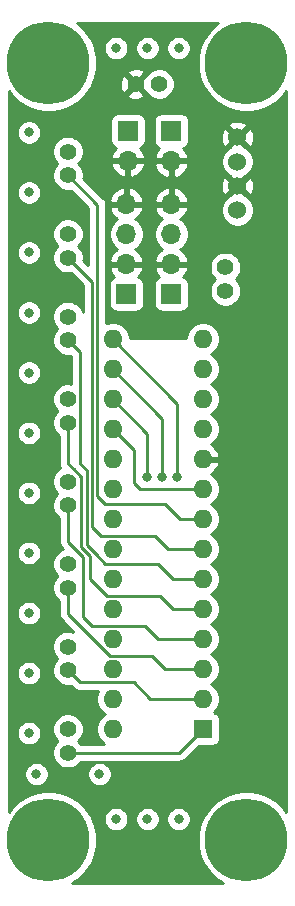
<source format=gbl>
%TF.GenerationSoftware,KiCad,Pcbnew,5.1.10*%
%TF.CreationDate,2021-12-13T09:12:35+01:00*%
%TF.ProjectId,serialization_board,73657269-616c-4697-9a61-74696f6e5f62,rev?*%
%TF.SameCoordinates,Original*%
%TF.FileFunction,Copper,L2,Bot*%
%TF.FilePolarity,Positive*%
%FSLAX46Y46*%
G04 Gerber Fmt 4.6, Leading zero omitted, Abs format (unit mm)*
G04 Created by KiCad (PCBNEW 5.1.10) date 2021-12-13 09:12:35*
%MOMM*%
%LPD*%
G01*
G04 APERTURE LIST*
%TA.AperFunction,ComponentPad*%
%ADD10O,1.700000X1.700000*%
%TD*%
%TA.AperFunction,ComponentPad*%
%ADD11R,1.700000X1.700000*%
%TD*%
%TA.AperFunction,ComponentPad*%
%ADD12C,1.397000*%
%TD*%
%TA.AperFunction,ComponentPad*%
%ADD13C,7.000000*%
%TD*%
%TA.AperFunction,ComponentPad*%
%ADD14O,1.600000X1.600000*%
%TD*%
%TA.AperFunction,ComponentPad*%
%ADD15R,1.600000X1.600000*%
%TD*%
%TA.AperFunction,ComponentPad*%
%ADD16C,1.524000*%
%TD*%
%TA.AperFunction,ViaPad*%
%ADD17C,0.800000*%
%TD*%
%TA.AperFunction,Conductor*%
%ADD18C,0.250000*%
%TD*%
%TA.AperFunction,Conductor*%
%ADD19C,0.254000*%
%TD*%
%TA.AperFunction,Conductor*%
%ADD20C,0.100000*%
%TD*%
G04 APERTURE END LIST*
D10*
X74168000Y-34183000D03*
D11*
X74168000Y-31643000D03*
D10*
X70485000Y-34163000D03*
D11*
X70485000Y-31623000D03*
D10*
X70358000Y-37846000D03*
X70358000Y-40386000D03*
X70358000Y-42926000D03*
D11*
X70358000Y-45466000D03*
D10*
X74168000Y-37846000D03*
X74168000Y-40386000D03*
X74168000Y-42926000D03*
D11*
X74168000Y-45466000D03*
D12*
X65405000Y-33400999D03*
X65405000Y-35401001D03*
X65405000Y-82295999D03*
X65405000Y-84296001D03*
D13*
X80518000Y-25908000D03*
X80518000Y-91694000D03*
X63754000Y-91694000D03*
X63754000Y-25908000D03*
D12*
X65405000Y-68325999D03*
X65405000Y-70326001D03*
D14*
X69215000Y-82296000D03*
X76835000Y-49276000D03*
X69215000Y-79756000D03*
X76835000Y-51816000D03*
X69215000Y-77216000D03*
X76835000Y-54356000D03*
X69215000Y-74676000D03*
X76835000Y-56896000D03*
X69215000Y-72136000D03*
X76835000Y-59436000D03*
X69215000Y-69596000D03*
X76835000Y-61976000D03*
X69215000Y-67056000D03*
X76835000Y-64516000D03*
X69215000Y-64516000D03*
X76835000Y-67056000D03*
X69215000Y-61976000D03*
X76835000Y-69596000D03*
X69215000Y-59436000D03*
X76835000Y-72136000D03*
X69215000Y-56896000D03*
X76835000Y-74676000D03*
X69215000Y-54356000D03*
X76835000Y-77216000D03*
X69215000Y-51816000D03*
X76835000Y-79756000D03*
X69215000Y-49276000D03*
D15*
X76835000Y-82296000D03*
D12*
X65405000Y-40386000D03*
X65405000Y-42386002D03*
X65405000Y-75310999D03*
X65405000Y-77311001D03*
X65405000Y-61340999D03*
X65405000Y-63341001D03*
X65405000Y-54355999D03*
X65405000Y-56356001D03*
X65405000Y-47370999D03*
X65405000Y-49371001D03*
X78740000Y-45212000D03*
X78740000Y-43211998D03*
D16*
X79756000Y-38354000D03*
X79756000Y-36303999D03*
X79756000Y-34254001D03*
X79756000Y-32204000D03*
D12*
X73136001Y-27686000D03*
X71135999Y-27686000D03*
D17*
X69494999Y-89916000D03*
X74776999Y-89916000D03*
X72135999Y-89916000D03*
X68072000Y-86106000D03*
X62738000Y-86106000D03*
X69494999Y-24638000D03*
X74776999Y-24638000D03*
X72135999Y-24638000D03*
X62103000Y-82651001D03*
X62103000Y-77563501D03*
X62103000Y-72476001D03*
X62103000Y-62301001D03*
X62103000Y-67388501D03*
X62103000Y-57213501D03*
X62103000Y-52126001D03*
X62103000Y-47038501D03*
X62103000Y-41951001D03*
X62103000Y-31776001D03*
X62103000Y-36863501D03*
X69494999Y-93218000D03*
X72135999Y-93218000D03*
X74776999Y-93218000D03*
X82042000Y-86106000D03*
X76708000Y-86106000D03*
X72263000Y-86106000D03*
X79502000Y-78232000D03*
X79502000Y-70612000D03*
X80010000Y-64516000D03*
X81280000Y-57404000D03*
X81026000Y-42164000D03*
X81661000Y-46355000D03*
X81661000Y-52578000D03*
X76962000Y-32893000D03*
X72263000Y-36068000D03*
X67945000Y-34163000D03*
X72263000Y-29591000D03*
X67945000Y-29591000D03*
X75946000Y-27686000D03*
X65405000Y-79883000D03*
X72136000Y-60960000D03*
X73406000Y-60960000D03*
X74676000Y-60960000D03*
D18*
X69215000Y-56896000D02*
X70993000Y-58674000D01*
X70993000Y-58674000D02*
X70993000Y-61468000D01*
X71501000Y-61976000D02*
X76835000Y-61976000D01*
X70993000Y-61468000D02*
X71501000Y-61976000D01*
X69215000Y-54356000D02*
X72136000Y-57277000D01*
X72136000Y-57277000D02*
X72136000Y-60960000D01*
X72136000Y-60960000D02*
X72136000Y-60960000D01*
X69215000Y-51816000D02*
X73406000Y-56007000D01*
X73406000Y-56007000D02*
X73406000Y-60960000D01*
X73406000Y-60960000D02*
X73406000Y-60960000D01*
X69215000Y-49276000D02*
X74676000Y-54737000D01*
X74676000Y-54737000D02*
X74676000Y-60960000D01*
X74676000Y-60960000D02*
X74676000Y-60960000D01*
X67898030Y-37894031D02*
X67898030Y-62564030D01*
X65405000Y-35401001D02*
X67898030Y-37894031D01*
X67898030Y-62564030D02*
X68580000Y-63246000D01*
X68580000Y-63246000D02*
X73660000Y-63246000D01*
X74930000Y-64516000D02*
X76835000Y-64516000D01*
X73660000Y-63246000D02*
X74930000Y-64516000D01*
X67448020Y-44429022D02*
X67448020Y-65162020D01*
X65405000Y-42386002D02*
X67448020Y-44429022D01*
X68216999Y-65930999D02*
X72788999Y-65930999D01*
X67448020Y-65162020D02*
X68216999Y-65930999D01*
X73914000Y-67056000D02*
X76835000Y-67056000D01*
X72788999Y-65930999D02*
X73914000Y-67056000D01*
X66428501Y-50394502D02*
X65405000Y-49371001D01*
X66428501Y-59824501D02*
X66428501Y-50394502D01*
X66998010Y-60394010D02*
X66428501Y-59824501D01*
X66998010Y-66741190D02*
X66998010Y-60394010D01*
X67760010Y-67506010D02*
X67760009Y-67503189D01*
X68580000Y-68326000D02*
X67760010Y-67506010D01*
X67760009Y-67503189D02*
X66998010Y-66741190D01*
X73025000Y-68326000D02*
X68580000Y-68326000D01*
X74295000Y-69596000D02*
X73025000Y-68326000D01*
X76835000Y-69596000D02*
X74295000Y-69596000D01*
X65405000Y-59436000D02*
X65405000Y-56356001D01*
X66548000Y-60969217D02*
X65896281Y-60317498D01*
X65405000Y-59817000D02*
X65405000Y-59436000D01*
X66548000Y-66927590D02*
X66548000Y-60969217D01*
X65896281Y-60317498D02*
X65896281Y-60308281D01*
X67310000Y-69596000D02*
X67310000Y-67689590D01*
X68724999Y-71010999D02*
X67310000Y-69596000D01*
X67310000Y-67689590D02*
X66548000Y-66927590D01*
X73169999Y-71010999D02*
X68724999Y-71010999D01*
X65896281Y-60308281D02*
X65405000Y-59817000D01*
X74295000Y-72136000D02*
X73169999Y-71010999D01*
X76835000Y-72136000D02*
X74295000Y-72136000D01*
X65405000Y-63341001D02*
X65405000Y-66421000D01*
X65405000Y-66421000D02*
X66675000Y-67691000D01*
X66675000Y-67691000D02*
X66675000Y-72771000D01*
X67454999Y-73550999D02*
X71899999Y-73550999D01*
X66675000Y-72771000D02*
X67454999Y-73550999D01*
X73025000Y-74676000D02*
X76835000Y-74676000D01*
X71899999Y-73550999D02*
X73025000Y-74676000D01*
X68964997Y-76090999D02*
X72534999Y-76090999D01*
X65405000Y-72531002D02*
X68964997Y-76090999D01*
X65405000Y-70326001D02*
X65405000Y-72531002D01*
X73660000Y-77216000D02*
X76835000Y-77216000D01*
X72534999Y-76090999D02*
X73660000Y-77216000D01*
X66435000Y-78341001D02*
X70975001Y-78341001D01*
X65405000Y-77311001D02*
X66435000Y-78341001D01*
X72390000Y-79756000D02*
X76835000Y-79756000D01*
X70975001Y-78341001D02*
X72390000Y-79756000D01*
X74834999Y-84296001D02*
X76835000Y-82296000D01*
X65405000Y-84296001D02*
X74834999Y-84296001D01*
D19*
X77882091Y-22696136D02*
X77306136Y-23272091D01*
X76853611Y-23949343D01*
X76541906Y-24701865D01*
X76383000Y-25500738D01*
X76383000Y-26315262D01*
X76541906Y-27114135D01*
X76853611Y-27866657D01*
X77306136Y-28543909D01*
X77882091Y-29119864D01*
X78559343Y-29572389D01*
X79311865Y-29884094D01*
X80110738Y-30043000D01*
X80925262Y-30043000D01*
X81724135Y-29884094D01*
X82476657Y-29572389D01*
X83153909Y-29119864D01*
X83729864Y-28543909D01*
X83897000Y-28293772D01*
X83897001Y-89308229D01*
X83729864Y-89058091D01*
X83153909Y-88482136D01*
X82476657Y-88029611D01*
X81724135Y-87717906D01*
X80925262Y-87559000D01*
X80110738Y-87559000D01*
X79311865Y-87717906D01*
X78559343Y-88029611D01*
X77882091Y-88482136D01*
X77306136Y-89058091D01*
X76853611Y-89735343D01*
X76541906Y-90487865D01*
X76383000Y-91286738D01*
X76383000Y-92101262D01*
X76541906Y-92900135D01*
X76853611Y-93652657D01*
X77306136Y-94329909D01*
X77882091Y-94905864D01*
X78512366Y-95327000D01*
X65759634Y-95327000D01*
X66389909Y-94905864D01*
X66965864Y-94329909D01*
X67418389Y-93652657D01*
X67730094Y-92900135D01*
X67889000Y-92101262D01*
X67889000Y-91286738D01*
X67730094Y-90487865D01*
X67450996Y-89814061D01*
X68459999Y-89814061D01*
X68459999Y-90017939D01*
X68499773Y-90217898D01*
X68577794Y-90406256D01*
X68691062Y-90575774D01*
X68835225Y-90719937D01*
X69004743Y-90833205D01*
X69193101Y-90911226D01*
X69393060Y-90951000D01*
X69596938Y-90951000D01*
X69796897Y-90911226D01*
X69985255Y-90833205D01*
X70154773Y-90719937D01*
X70298936Y-90575774D01*
X70412204Y-90406256D01*
X70490225Y-90217898D01*
X70529999Y-90017939D01*
X70529999Y-89814061D01*
X71100999Y-89814061D01*
X71100999Y-90017939D01*
X71140773Y-90217898D01*
X71218794Y-90406256D01*
X71332062Y-90575774D01*
X71476225Y-90719937D01*
X71645743Y-90833205D01*
X71834101Y-90911226D01*
X72034060Y-90951000D01*
X72237938Y-90951000D01*
X72437897Y-90911226D01*
X72626255Y-90833205D01*
X72795773Y-90719937D01*
X72939936Y-90575774D01*
X73053204Y-90406256D01*
X73131225Y-90217898D01*
X73170999Y-90017939D01*
X73170999Y-89814061D01*
X73741999Y-89814061D01*
X73741999Y-90017939D01*
X73781773Y-90217898D01*
X73859794Y-90406256D01*
X73973062Y-90575774D01*
X74117225Y-90719937D01*
X74286743Y-90833205D01*
X74475101Y-90911226D01*
X74675060Y-90951000D01*
X74878938Y-90951000D01*
X75078897Y-90911226D01*
X75267255Y-90833205D01*
X75436773Y-90719937D01*
X75580936Y-90575774D01*
X75694204Y-90406256D01*
X75772225Y-90217898D01*
X75811999Y-90017939D01*
X75811999Y-89814061D01*
X75772225Y-89614102D01*
X75694204Y-89425744D01*
X75580936Y-89256226D01*
X75436773Y-89112063D01*
X75267255Y-88998795D01*
X75078897Y-88920774D01*
X74878938Y-88881000D01*
X74675060Y-88881000D01*
X74475101Y-88920774D01*
X74286743Y-88998795D01*
X74117225Y-89112063D01*
X73973062Y-89256226D01*
X73859794Y-89425744D01*
X73781773Y-89614102D01*
X73741999Y-89814061D01*
X73170999Y-89814061D01*
X73131225Y-89614102D01*
X73053204Y-89425744D01*
X72939936Y-89256226D01*
X72795773Y-89112063D01*
X72626255Y-88998795D01*
X72437897Y-88920774D01*
X72237938Y-88881000D01*
X72034060Y-88881000D01*
X71834101Y-88920774D01*
X71645743Y-88998795D01*
X71476225Y-89112063D01*
X71332062Y-89256226D01*
X71218794Y-89425744D01*
X71140773Y-89614102D01*
X71100999Y-89814061D01*
X70529999Y-89814061D01*
X70490225Y-89614102D01*
X70412204Y-89425744D01*
X70298936Y-89256226D01*
X70154773Y-89112063D01*
X69985255Y-88998795D01*
X69796897Y-88920774D01*
X69596938Y-88881000D01*
X69393060Y-88881000D01*
X69193101Y-88920774D01*
X69004743Y-88998795D01*
X68835225Y-89112063D01*
X68691062Y-89256226D01*
X68577794Y-89425744D01*
X68499773Y-89614102D01*
X68459999Y-89814061D01*
X67450996Y-89814061D01*
X67418389Y-89735343D01*
X66965864Y-89058091D01*
X66389909Y-88482136D01*
X65712657Y-88029611D01*
X64960135Y-87717906D01*
X64161262Y-87559000D01*
X63346738Y-87559000D01*
X62547865Y-87717906D01*
X61795343Y-88029611D01*
X61118091Y-88482136D01*
X60542136Y-89058091D01*
X60375000Y-89308228D01*
X60375000Y-86004061D01*
X61703000Y-86004061D01*
X61703000Y-86207939D01*
X61742774Y-86407898D01*
X61820795Y-86596256D01*
X61934063Y-86765774D01*
X62078226Y-86909937D01*
X62247744Y-87023205D01*
X62436102Y-87101226D01*
X62636061Y-87141000D01*
X62839939Y-87141000D01*
X63039898Y-87101226D01*
X63228256Y-87023205D01*
X63397774Y-86909937D01*
X63541937Y-86765774D01*
X63655205Y-86596256D01*
X63733226Y-86407898D01*
X63773000Y-86207939D01*
X63773000Y-86004061D01*
X67037000Y-86004061D01*
X67037000Y-86207939D01*
X67076774Y-86407898D01*
X67154795Y-86596256D01*
X67268063Y-86765774D01*
X67412226Y-86909937D01*
X67581744Y-87023205D01*
X67770102Y-87101226D01*
X67970061Y-87141000D01*
X68173939Y-87141000D01*
X68373898Y-87101226D01*
X68562256Y-87023205D01*
X68731774Y-86909937D01*
X68875937Y-86765774D01*
X68989205Y-86596256D01*
X69067226Y-86407898D01*
X69107000Y-86207939D01*
X69107000Y-86004061D01*
X69067226Y-85804102D01*
X68989205Y-85615744D01*
X68875937Y-85446226D01*
X68731774Y-85302063D01*
X68562256Y-85188795D01*
X68373898Y-85110774D01*
X68173939Y-85071000D01*
X67970061Y-85071000D01*
X67770102Y-85110774D01*
X67581744Y-85188795D01*
X67412226Y-85302063D01*
X67268063Y-85446226D01*
X67154795Y-85615744D01*
X67076774Y-85804102D01*
X67037000Y-86004061D01*
X63773000Y-86004061D01*
X63733226Y-85804102D01*
X63655205Y-85615744D01*
X63541937Y-85446226D01*
X63397774Y-85302063D01*
X63228256Y-85188795D01*
X63039898Y-85110774D01*
X62839939Y-85071000D01*
X62636061Y-85071000D01*
X62436102Y-85110774D01*
X62247744Y-85188795D01*
X62078226Y-85302063D01*
X61934063Y-85446226D01*
X61820795Y-85615744D01*
X61742774Y-85804102D01*
X61703000Y-86004061D01*
X60375000Y-86004061D01*
X60375000Y-82549062D01*
X61068000Y-82549062D01*
X61068000Y-82752940D01*
X61107774Y-82952899D01*
X61185795Y-83141257D01*
X61299063Y-83310775D01*
X61443226Y-83454938D01*
X61612744Y-83568206D01*
X61801102Y-83646227D01*
X62001061Y-83686001D01*
X62204939Y-83686001D01*
X62404898Y-83646227D01*
X62593256Y-83568206D01*
X62762774Y-83454938D01*
X62906937Y-83310775D01*
X63020205Y-83141257D01*
X63098226Y-82952899D01*
X63138000Y-82752940D01*
X63138000Y-82549062D01*
X63098226Y-82349103D01*
X63020205Y-82160745D01*
X62906937Y-81991227D01*
X62762774Y-81847064D01*
X62593256Y-81733796D01*
X62404898Y-81655775D01*
X62204939Y-81616001D01*
X62001061Y-81616001D01*
X61801102Y-81655775D01*
X61612744Y-81733796D01*
X61443226Y-81847064D01*
X61299063Y-81991227D01*
X61185795Y-82160745D01*
X61107774Y-82349103D01*
X61068000Y-82549062D01*
X60375000Y-82549062D01*
X60375000Y-77461562D01*
X61068000Y-77461562D01*
X61068000Y-77665440D01*
X61107774Y-77865399D01*
X61185795Y-78053757D01*
X61299063Y-78223275D01*
X61443226Y-78367438D01*
X61612744Y-78480706D01*
X61801102Y-78558727D01*
X62001061Y-78598501D01*
X62204939Y-78598501D01*
X62404898Y-78558727D01*
X62593256Y-78480706D01*
X62762774Y-78367438D01*
X62906937Y-78223275D01*
X63020205Y-78053757D01*
X63098226Y-77865399D01*
X63138000Y-77665440D01*
X63138000Y-77461562D01*
X63098226Y-77261603D01*
X63020205Y-77073245D01*
X62906937Y-76903727D01*
X62762774Y-76759564D01*
X62593256Y-76646296D01*
X62404898Y-76568275D01*
X62204939Y-76528501D01*
X62001061Y-76528501D01*
X61801102Y-76568275D01*
X61612744Y-76646296D01*
X61443226Y-76759564D01*
X61299063Y-76903727D01*
X61185795Y-77073245D01*
X61107774Y-77261603D01*
X61068000Y-77461562D01*
X60375000Y-77461562D01*
X60375000Y-72374062D01*
X61068000Y-72374062D01*
X61068000Y-72577940D01*
X61107774Y-72777899D01*
X61185795Y-72966257D01*
X61299063Y-73135775D01*
X61443226Y-73279938D01*
X61612744Y-73393206D01*
X61801102Y-73471227D01*
X62001061Y-73511001D01*
X62204939Y-73511001D01*
X62404898Y-73471227D01*
X62593256Y-73393206D01*
X62762774Y-73279938D01*
X62906937Y-73135775D01*
X63020205Y-72966257D01*
X63098226Y-72777899D01*
X63138000Y-72577940D01*
X63138000Y-72374062D01*
X63098226Y-72174103D01*
X63020205Y-71985745D01*
X62906937Y-71816227D01*
X62762774Y-71672064D01*
X62593256Y-71558796D01*
X62404898Y-71480775D01*
X62204939Y-71441001D01*
X62001061Y-71441001D01*
X61801102Y-71480775D01*
X61612744Y-71558796D01*
X61443226Y-71672064D01*
X61299063Y-71816227D01*
X61185795Y-71985745D01*
X61107774Y-72174103D01*
X61068000Y-72374062D01*
X60375000Y-72374062D01*
X60375000Y-67286562D01*
X61068000Y-67286562D01*
X61068000Y-67490440D01*
X61107774Y-67690399D01*
X61185795Y-67878757D01*
X61299063Y-68048275D01*
X61443226Y-68192438D01*
X61612744Y-68305706D01*
X61801102Y-68383727D01*
X62001061Y-68423501D01*
X62204939Y-68423501D01*
X62404898Y-68383727D01*
X62593256Y-68305706D01*
X62762774Y-68192438D01*
X62906937Y-68048275D01*
X63020205Y-67878757D01*
X63098226Y-67690399D01*
X63138000Y-67490440D01*
X63138000Y-67286562D01*
X63098226Y-67086603D01*
X63020205Y-66898245D01*
X62906937Y-66728727D01*
X62762774Y-66584564D01*
X62593256Y-66471296D01*
X62404898Y-66393275D01*
X62204939Y-66353501D01*
X62001061Y-66353501D01*
X61801102Y-66393275D01*
X61612744Y-66471296D01*
X61443226Y-66584564D01*
X61299063Y-66728727D01*
X61185795Y-66898245D01*
X61107774Y-67086603D01*
X61068000Y-67286562D01*
X60375000Y-67286562D01*
X60375000Y-62199062D01*
X61068000Y-62199062D01*
X61068000Y-62402940D01*
X61107774Y-62602899D01*
X61185795Y-62791257D01*
X61299063Y-62960775D01*
X61443226Y-63104938D01*
X61612744Y-63218206D01*
X61801102Y-63296227D01*
X62001061Y-63336001D01*
X62204939Y-63336001D01*
X62404898Y-63296227D01*
X62593256Y-63218206D01*
X62762774Y-63104938D01*
X62906937Y-62960775D01*
X63020205Y-62791257D01*
X63098226Y-62602899D01*
X63138000Y-62402940D01*
X63138000Y-62199062D01*
X63098226Y-61999103D01*
X63020205Y-61810745D01*
X62906937Y-61641227D01*
X62762774Y-61497064D01*
X62593256Y-61383796D01*
X62404898Y-61305775D01*
X62204939Y-61266001D01*
X62001061Y-61266001D01*
X61801102Y-61305775D01*
X61612744Y-61383796D01*
X61443226Y-61497064D01*
X61299063Y-61641227D01*
X61185795Y-61810745D01*
X61107774Y-61999103D01*
X61068000Y-62199062D01*
X60375000Y-62199062D01*
X60375000Y-57111562D01*
X61068000Y-57111562D01*
X61068000Y-57315440D01*
X61107774Y-57515399D01*
X61185795Y-57703757D01*
X61299063Y-57873275D01*
X61443226Y-58017438D01*
X61612744Y-58130706D01*
X61801102Y-58208727D01*
X62001061Y-58248501D01*
X62204939Y-58248501D01*
X62404898Y-58208727D01*
X62593256Y-58130706D01*
X62762774Y-58017438D01*
X62906937Y-57873275D01*
X63020205Y-57703757D01*
X63098226Y-57515399D01*
X63138000Y-57315440D01*
X63138000Y-57111562D01*
X63098226Y-56911603D01*
X63020205Y-56723245D01*
X62906937Y-56553727D01*
X62762774Y-56409564D01*
X62593256Y-56296296D01*
X62404898Y-56218275D01*
X62204939Y-56178501D01*
X62001061Y-56178501D01*
X61801102Y-56218275D01*
X61612744Y-56296296D01*
X61443226Y-56409564D01*
X61299063Y-56553727D01*
X61185795Y-56723245D01*
X61107774Y-56911603D01*
X61068000Y-57111562D01*
X60375000Y-57111562D01*
X60375000Y-52024062D01*
X61068000Y-52024062D01*
X61068000Y-52227940D01*
X61107774Y-52427899D01*
X61185795Y-52616257D01*
X61299063Y-52785775D01*
X61443226Y-52929938D01*
X61612744Y-53043206D01*
X61801102Y-53121227D01*
X62001061Y-53161001D01*
X62204939Y-53161001D01*
X62404898Y-53121227D01*
X62593256Y-53043206D01*
X62762774Y-52929938D01*
X62906937Y-52785775D01*
X63020205Y-52616257D01*
X63098226Y-52427899D01*
X63138000Y-52227940D01*
X63138000Y-52024062D01*
X63098226Y-51824103D01*
X63020205Y-51635745D01*
X62906937Y-51466227D01*
X62762774Y-51322064D01*
X62593256Y-51208796D01*
X62404898Y-51130775D01*
X62204939Y-51091001D01*
X62001061Y-51091001D01*
X61801102Y-51130775D01*
X61612744Y-51208796D01*
X61443226Y-51322064D01*
X61299063Y-51466227D01*
X61185795Y-51635745D01*
X61107774Y-51824103D01*
X61068000Y-52024062D01*
X60375000Y-52024062D01*
X60375000Y-46936562D01*
X61068000Y-46936562D01*
X61068000Y-47140440D01*
X61107774Y-47340399D01*
X61185795Y-47528757D01*
X61299063Y-47698275D01*
X61443226Y-47842438D01*
X61612744Y-47955706D01*
X61801102Y-48033727D01*
X62001061Y-48073501D01*
X62204939Y-48073501D01*
X62404898Y-48033727D01*
X62593256Y-47955706D01*
X62762774Y-47842438D01*
X62906937Y-47698275D01*
X63020205Y-47528757D01*
X63098226Y-47340399D01*
X63138000Y-47140440D01*
X63138000Y-46936562D01*
X63098226Y-46736603D01*
X63020205Y-46548245D01*
X62906937Y-46378727D01*
X62762774Y-46234564D01*
X62593256Y-46121296D01*
X62404898Y-46043275D01*
X62204939Y-46003501D01*
X62001061Y-46003501D01*
X61801102Y-46043275D01*
X61612744Y-46121296D01*
X61443226Y-46234564D01*
X61299063Y-46378727D01*
X61185795Y-46548245D01*
X61107774Y-46736603D01*
X61068000Y-46936562D01*
X60375000Y-46936562D01*
X60375000Y-41849062D01*
X61068000Y-41849062D01*
X61068000Y-42052940D01*
X61107774Y-42252899D01*
X61185795Y-42441257D01*
X61299063Y-42610775D01*
X61443226Y-42754938D01*
X61612744Y-42868206D01*
X61801102Y-42946227D01*
X62001061Y-42986001D01*
X62204939Y-42986001D01*
X62404898Y-42946227D01*
X62593256Y-42868206D01*
X62762774Y-42754938D01*
X62906937Y-42610775D01*
X63020205Y-42441257D01*
X63098226Y-42252899D01*
X63138000Y-42052940D01*
X63138000Y-41849062D01*
X63098226Y-41649103D01*
X63020205Y-41460745D01*
X62906937Y-41291227D01*
X62762774Y-41147064D01*
X62593256Y-41033796D01*
X62404898Y-40955775D01*
X62204939Y-40916001D01*
X62001061Y-40916001D01*
X61801102Y-40955775D01*
X61612744Y-41033796D01*
X61443226Y-41147064D01*
X61299063Y-41291227D01*
X61185795Y-41460745D01*
X61107774Y-41649103D01*
X61068000Y-41849062D01*
X60375000Y-41849062D01*
X60375000Y-36761562D01*
X61068000Y-36761562D01*
X61068000Y-36965440D01*
X61107774Y-37165399D01*
X61185795Y-37353757D01*
X61299063Y-37523275D01*
X61443226Y-37667438D01*
X61612744Y-37780706D01*
X61801102Y-37858727D01*
X62001061Y-37898501D01*
X62204939Y-37898501D01*
X62404898Y-37858727D01*
X62593256Y-37780706D01*
X62762774Y-37667438D01*
X62906937Y-37523275D01*
X63020205Y-37353757D01*
X63098226Y-37165399D01*
X63138000Y-36965440D01*
X63138000Y-36761562D01*
X63098226Y-36561603D01*
X63020205Y-36373245D01*
X62906937Y-36203727D01*
X62762774Y-36059564D01*
X62593256Y-35946296D01*
X62404898Y-35868275D01*
X62204939Y-35828501D01*
X62001061Y-35828501D01*
X61801102Y-35868275D01*
X61612744Y-35946296D01*
X61443226Y-36059564D01*
X61299063Y-36203727D01*
X61185795Y-36373245D01*
X61107774Y-36561603D01*
X61068000Y-36761562D01*
X60375000Y-36761562D01*
X60375000Y-33269661D01*
X64071500Y-33269661D01*
X64071500Y-33532337D01*
X64122746Y-33789967D01*
X64223268Y-34032648D01*
X64369203Y-34251056D01*
X64519147Y-34401000D01*
X64369203Y-34550944D01*
X64223268Y-34769352D01*
X64122746Y-35012033D01*
X64071500Y-35269663D01*
X64071500Y-35532339D01*
X64122746Y-35789969D01*
X64223268Y-36032650D01*
X64369203Y-36251058D01*
X64554943Y-36436798D01*
X64773351Y-36582733D01*
X65016032Y-36683255D01*
X65273662Y-36734501D01*
X65536338Y-36734501D01*
X65642568Y-36713370D01*
X67138030Y-38208833D01*
X67138030Y-43044231D01*
X66717369Y-42623570D01*
X66738500Y-42517340D01*
X66738500Y-42254664D01*
X66687254Y-41997034D01*
X66586732Y-41754353D01*
X66440797Y-41535945D01*
X66290853Y-41386001D01*
X66440797Y-41236057D01*
X66586732Y-41017649D01*
X66687254Y-40774968D01*
X66738500Y-40517338D01*
X66738500Y-40254662D01*
X66687254Y-39997032D01*
X66586732Y-39754351D01*
X66440797Y-39535943D01*
X66255057Y-39350203D01*
X66036649Y-39204268D01*
X65793968Y-39103746D01*
X65536338Y-39052500D01*
X65273662Y-39052500D01*
X65016032Y-39103746D01*
X64773351Y-39204268D01*
X64554943Y-39350203D01*
X64369203Y-39535943D01*
X64223268Y-39754351D01*
X64122746Y-39997032D01*
X64071500Y-40254662D01*
X64071500Y-40517338D01*
X64122746Y-40774968D01*
X64223268Y-41017649D01*
X64369203Y-41236057D01*
X64519147Y-41386001D01*
X64369203Y-41535945D01*
X64223268Y-41754353D01*
X64122746Y-41997034D01*
X64071500Y-42254664D01*
X64071500Y-42517340D01*
X64122746Y-42774970D01*
X64223268Y-43017651D01*
X64369203Y-43236059D01*
X64554943Y-43421799D01*
X64773351Y-43567734D01*
X65016032Y-43668256D01*
X65273662Y-43719502D01*
X65536338Y-43719502D01*
X65642568Y-43698371D01*
X66688020Y-44743824D01*
X66688020Y-46985883D01*
X66687254Y-46982031D01*
X66586732Y-46739350D01*
X66440797Y-46520942D01*
X66255057Y-46335202D01*
X66036649Y-46189267D01*
X65793968Y-46088745D01*
X65536338Y-46037499D01*
X65273662Y-46037499D01*
X65016032Y-46088745D01*
X64773351Y-46189267D01*
X64554943Y-46335202D01*
X64369203Y-46520942D01*
X64223268Y-46739350D01*
X64122746Y-46982031D01*
X64071500Y-47239661D01*
X64071500Y-47502337D01*
X64122746Y-47759967D01*
X64223268Y-48002648D01*
X64369203Y-48221056D01*
X64519147Y-48371000D01*
X64369203Y-48520944D01*
X64223268Y-48739352D01*
X64122746Y-48982033D01*
X64071500Y-49239663D01*
X64071500Y-49502339D01*
X64122746Y-49759969D01*
X64223268Y-50002650D01*
X64369203Y-50221058D01*
X64554943Y-50406798D01*
X64773351Y-50552733D01*
X65016032Y-50653255D01*
X65273662Y-50704501D01*
X65536338Y-50704501D01*
X65642568Y-50683371D01*
X65668502Y-50709305D01*
X65668502Y-53048788D01*
X65536338Y-53022499D01*
X65273662Y-53022499D01*
X65016032Y-53073745D01*
X64773351Y-53174267D01*
X64554943Y-53320202D01*
X64369203Y-53505942D01*
X64223268Y-53724350D01*
X64122746Y-53967031D01*
X64071500Y-54224661D01*
X64071500Y-54487337D01*
X64122746Y-54744967D01*
X64223268Y-54987648D01*
X64369203Y-55206056D01*
X64519147Y-55356000D01*
X64369203Y-55505944D01*
X64223268Y-55724352D01*
X64122746Y-55967033D01*
X64071500Y-56224663D01*
X64071500Y-56487339D01*
X64122746Y-56744969D01*
X64223268Y-56987650D01*
X64369203Y-57206058D01*
X64554943Y-57391798D01*
X64645001Y-57451972D01*
X64645000Y-59398667D01*
X64645000Y-59779678D01*
X64641324Y-59817000D01*
X64645000Y-59854322D01*
X64645000Y-59854332D01*
X64655997Y-59965985D01*
X64679297Y-60042795D01*
X64699454Y-60109246D01*
X64738602Y-60182486D01*
X64554943Y-60305202D01*
X64369203Y-60490942D01*
X64223268Y-60709350D01*
X64122746Y-60952031D01*
X64071500Y-61209661D01*
X64071500Y-61472337D01*
X64122746Y-61729967D01*
X64223268Y-61972648D01*
X64369203Y-62191056D01*
X64519147Y-62341000D01*
X64369203Y-62490944D01*
X64223268Y-62709352D01*
X64122746Y-62952033D01*
X64071500Y-63209663D01*
X64071500Y-63472339D01*
X64122746Y-63729969D01*
X64223268Y-63972650D01*
X64369203Y-64191058D01*
X64554943Y-64376798D01*
X64645000Y-64436972D01*
X64645001Y-66383668D01*
X64641324Y-66421000D01*
X64655998Y-66569985D01*
X64699454Y-66713246D01*
X64770026Y-66845276D01*
X64820694Y-66907014D01*
X64865000Y-66961001D01*
X64893998Y-66984799D01*
X64971422Y-67062223D01*
X64773351Y-67144267D01*
X64554943Y-67290202D01*
X64369203Y-67475942D01*
X64223268Y-67694350D01*
X64122746Y-67937031D01*
X64071500Y-68194661D01*
X64071500Y-68457337D01*
X64122746Y-68714967D01*
X64223268Y-68957648D01*
X64369203Y-69176056D01*
X64519147Y-69326000D01*
X64369203Y-69475944D01*
X64223268Y-69694352D01*
X64122746Y-69937033D01*
X64071500Y-70194663D01*
X64071500Y-70457339D01*
X64122746Y-70714969D01*
X64223268Y-70957650D01*
X64369203Y-71176058D01*
X64554943Y-71361798D01*
X64645000Y-71421972D01*
X64645001Y-72493670D01*
X64641324Y-72531002D01*
X64645001Y-72568335D01*
X64655998Y-72679988D01*
X64669180Y-72723444D01*
X64699454Y-72823248D01*
X64770026Y-72955278D01*
X64815755Y-73010998D01*
X64865000Y-73071003D01*
X64893998Y-73094801D01*
X65851965Y-74052768D01*
X65793968Y-74028745D01*
X65536338Y-73977499D01*
X65273662Y-73977499D01*
X65016032Y-74028745D01*
X64773351Y-74129267D01*
X64554943Y-74275202D01*
X64369203Y-74460942D01*
X64223268Y-74679350D01*
X64122746Y-74922031D01*
X64071500Y-75179661D01*
X64071500Y-75442337D01*
X64122746Y-75699967D01*
X64223268Y-75942648D01*
X64369203Y-76161056D01*
X64519147Y-76311000D01*
X64369203Y-76460944D01*
X64223268Y-76679352D01*
X64122746Y-76922033D01*
X64071500Y-77179663D01*
X64071500Y-77442339D01*
X64122746Y-77699969D01*
X64223268Y-77942650D01*
X64369203Y-78161058D01*
X64554943Y-78346798D01*
X64773351Y-78492733D01*
X65016032Y-78593255D01*
X65273662Y-78644501D01*
X65536338Y-78644501D01*
X65642568Y-78623371D01*
X65871200Y-78852003D01*
X65894999Y-78881002D01*
X65923997Y-78904800D01*
X66010723Y-78975975D01*
X66068761Y-79006997D01*
X66142753Y-79046547D01*
X66286014Y-79090004D01*
X66397667Y-79101001D01*
X66397677Y-79101001D01*
X66435000Y-79104677D01*
X66472323Y-79101001D01*
X67933077Y-79101001D01*
X67835147Y-79337426D01*
X67780000Y-79614665D01*
X67780000Y-79897335D01*
X67835147Y-80174574D01*
X67943320Y-80435727D01*
X68100363Y-80670759D01*
X68300241Y-80870637D01*
X68532759Y-81026000D01*
X68300241Y-81181363D01*
X68100363Y-81381241D01*
X67943320Y-81616273D01*
X67835147Y-81877426D01*
X67780000Y-82154665D01*
X67780000Y-82437335D01*
X67835147Y-82714574D01*
X67943320Y-82975727D01*
X68100363Y-83210759D01*
X68300241Y-83410637D01*
X68487862Y-83536001D01*
X66500971Y-83536001D01*
X66440797Y-83445944D01*
X66290853Y-83296000D01*
X66440797Y-83146056D01*
X66586732Y-82927648D01*
X66687254Y-82684967D01*
X66738500Y-82427337D01*
X66738500Y-82164661D01*
X66687254Y-81907031D01*
X66586732Y-81664350D01*
X66440797Y-81445942D01*
X66255057Y-81260202D01*
X66036649Y-81114267D01*
X65793968Y-81013745D01*
X65536338Y-80962499D01*
X65273662Y-80962499D01*
X65016032Y-81013745D01*
X64773351Y-81114267D01*
X64554943Y-81260202D01*
X64369203Y-81445942D01*
X64223268Y-81664350D01*
X64122746Y-81907031D01*
X64071500Y-82164661D01*
X64071500Y-82427337D01*
X64122746Y-82684967D01*
X64223268Y-82927648D01*
X64369203Y-83146056D01*
X64519147Y-83296000D01*
X64369203Y-83445944D01*
X64223268Y-83664352D01*
X64122746Y-83907033D01*
X64071500Y-84164663D01*
X64071500Y-84427339D01*
X64122746Y-84684969D01*
X64223268Y-84927650D01*
X64369203Y-85146058D01*
X64554943Y-85331798D01*
X64773351Y-85477733D01*
X65016032Y-85578255D01*
X65273662Y-85629501D01*
X65536338Y-85629501D01*
X65793968Y-85578255D01*
X66036649Y-85477733D01*
X66255057Y-85331798D01*
X66440797Y-85146058D01*
X66500971Y-85056001D01*
X74797677Y-85056001D01*
X74834999Y-85059677D01*
X74872321Y-85056001D01*
X74872332Y-85056001D01*
X74983985Y-85045004D01*
X75127246Y-85001547D01*
X75259275Y-84930975D01*
X75375000Y-84836002D01*
X75398803Y-84806998D01*
X76471730Y-83734072D01*
X77635000Y-83734072D01*
X77759482Y-83721812D01*
X77879180Y-83685502D01*
X77989494Y-83626537D01*
X78086185Y-83547185D01*
X78165537Y-83450494D01*
X78224502Y-83340180D01*
X78260812Y-83220482D01*
X78273072Y-83096000D01*
X78273072Y-81496000D01*
X78260812Y-81371518D01*
X78224502Y-81251820D01*
X78165537Y-81141506D01*
X78086185Y-81044815D01*
X77989494Y-80965463D01*
X77879180Y-80906498D01*
X77759482Y-80870188D01*
X77751039Y-80869357D01*
X77949637Y-80670759D01*
X78106680Y-80435727D01*
X78214853Y-80174574D01*
X78270000Y-79897335D01*
X78270000Y-79614665D01*
X78214853Y-79337426D01*
X78106680Y-79076273D01*
X77949637Y-78841241D01*
X77749759Y-78641363D01*
X77517241Y-78486000D01*
X77749759Y-78330637D01*
X77949637Y-78130759D01*
X78106680Y-77895727D01*
X78214853Y-77634574D01*
X78270000Y-77357335D01*
X78270000Y-77074665D01*
X78214853Y-76797426D01*
X78106680Y-76536273D01*
X77949637Y-76301241D01*
X77749759Y-76101363D01*
X77517241Y-75946000D01*
X77749759Y-75790637D01*
X77949637Y-75590759D01*
X78106680Y-75355727D01*
X78214853Y-75094574D01*
X78270000Y-74817335D01*
X78270000Y-74534665D01*
X78214853Y-74257426D01*
X78106680Y-73996273D01*
X77949637Y-73761241D01*
X77749759Y-73561363D01*
X77517241Y-73406000D01*
X77749759Y-73250637D01*
X77949637Y-73050759D01*
X78106680Y-72815727D01*
X78214853Y-72554574D01*
X78270000Y-72277335D01*
X78270000Y-71994665D01*
X78214853Y-71717426D01*
X78106680Y-71456273D01*
X77949637Y-71221241D01*
X77749759Y-71021363D01*
X77517241Y-70866000D01*
X77749759Y-70710637D01*
X77949637Y-70510759D01*
X78106680Y-70275727D01*
X78214853Y-70014574D01*
X78270000Y-69737335D01*
X78270000Y-69454665D01*
X78214853Y-69177426D01*
X78106680Y-68916273D01*
X77949637Y-68681241D01*
X77749759Y-68481363D01*
X77517241Y-68326000D01*
X77749759Y-68170637D01*
X77949637Y-67970759D01*
X78106680Y-67735727D01*
X78214853Y-67474574D01*
X78270000Y-67197335D01*
X78270000Y-66914665D01*
X78214853Y-66637426D01*
X78106680Y-66376273D01*
X77949637Y-66141241D01*
X77749759Y-65941363D01*
X77517241Y-65786000D01*
X77749759Y-65630637D01*
X77949637Y-65430759D01*
X78106680Y-65195727D01*
X78214853Y-64934574D01*
X78270000Y-64657335D01*
X78270000Y-64374665D01*
X78214853Y-64097426D01*
X78106680Y-63836273D01*
X77949637Y-63601241D01*
X77749759Y-63401363D01*
X77517241Y-63246000D01*
X77749759Y-63090637D01*
X77949637Y-62890759D01*
X78106680Y-62655727D01*
X78214853Y-62394574D01*
X78270000Y-62117335D01*
X78270000Y-61834665D01*
X78214853Y-61557426D01*
X78106680Y-61296273D01*
X77949637Y-61061241D01*
X77749759Y-60861363D01*
X77514727Y-60704320D01*
X77504135Y-60699933D01*
X77690131Y-60588385D01*
X77898519Y-60399414D01*
X78066037Y-60173420D01*
X78186246Y-59919087D01*
X78226904Y-59785039D01*
X78104915Y-59563000D01*
X76962000Y-59563000D01*
X76962000Y-59583000D01*
X76835000Y-59583000D01*
X76835000Y-59289000D01*
X76962000Y-59289000D01*
X76962000Y-59309000D01*
X78104915Y-59309000D01*
X78226904Y-59086961D01*
X78186246Y-58952913D01*
X78066037Y-58698580D01*
X77898519Y-58472586D01*
X77690131Y-58283615D01*
X77504135Y-58172067D01*
X77514727Y-58167680D01*
X77749759Y-58010637D01*
X77949637Y-57810759D01*
X78106680Y-57575727D01*
X78214853Y-57314574D01*
X78270000Y-57037335D01*
X78270000Y-56754665D01*
X78214853Y-56477426D01*
X78106680Y-56216273D01*
X77949637Y-55981241D01*
X77749759Y-55781363D01*
X77517241Y-55626000D01*
X77749759Y-55470637D01*
X77949637Y-55270759D01*
X78106680Y-55035727D01*
X78214853Y-54774574D01*
X78270000Y-54497335D01*
X78270000Y-54214665D01*
X78214853Y-53937426D01*
X78106680Y-53676273D01*
X77949637Y-53441241D01*
X77749759Y-53241363D01*
X77517241Y-53086000D01*
X77749759Y-52930637D01*
X77949637Y-52730759D01*
X78106680Y-52495727D01*
X78214853Y-52234574D01*
X78270000Y-51957335D01*
X78270000Y-51674665D01*
X78214853Y-51397426D01*
X78106680Y-51136273D01*
X77949637Y-50901241D01*
X77749759Y-50701363D01*
X77517241Y-50546000D01*
X77749759Y-50390637D01*
X77949637Y-50190759D01*
X78106680Y-49955727D01*
X78214853Y-49694574D01*
X78270000Y-49417335D01*
X78270000Y-49134665D01*
X78214853Y-48857426D01*
X78106680Y-48596273D01*
X77949637Y-48361241D01*
X77749759Y-48161363D01*
X77514727Y-48004320D01*
X77253574Y-47896147D01*
X76976335Y-47841000D01*
X76693665Y-47841000D01*
X76416426Y-47896147D01*
X76155273Y-48004320D01*
X75920241Y-48161363D01*
X75720363Y-48361241D01*
X75563320Y-48596273D01*
X75455147Y-48857426D01*
X75400000Y-49134665D01*
X75400000Y-49149000D01*
X70650000Y-49149000D01*
X70650000Y-49134665D01*
X70594853Y-48857426D01*
X70486680Y-48596273D01*
X70329637Y-48361241D01*
X70129759Y-48161363D01*
X69894727Y-48004320D01*
X69633574Y-47896147D01*
X69356335Y-47841000D01*
X69073665Y-47841000D01*
X68796426Y-47896147D01*
X68658030Y-47953472D01*
X68658030Y-44616000D01*
X68869928Y-44616000D01*
X68869928Y-46316000D01*
X68882188Y-46440482D01*
X68918498Y-46560180D01*
X68977463Y-46670494D01*
X69056815Y-46767185D01*
X69153506Y-46846537D01*
X69263820Y-46905502D01*
X69383518Y-46941812D01*
X69508000Y-46954072D01*
X71208000Y-46954072D01*
X71332482Y-46941812D01*
X71452180Y-46905502D01*
X71562494Y-46846537D01*
X71659185Y-46767185D01*
X71738537Y-46670494D01*
X71797502Y-46560180D01*
X71833812Y-46440482D01*
X71846072Y-46316000D01*
X71846072Y-44616000D01*
X72679928Y-44616000D01*
X72679928Y-46316000D01*
X72692188Y-46440482D01*
X72728498Y-46560180D01*
X72787463Y-46670494D01*
X72866815Y-46767185D01*
X72963506Y-46846537D01*
X73073820Y-46905502D01*
X73193518Y-46941812D01*
X73318000Y-46954072D01*
X75018000Y-46954072D01*
X75142482Y-46941812D01*
X75262180Y-46905502D01*
X75372494Y-46846537D01*
X75469185Y-46767185D01*
X75548537Y-46670494D01*
X75607502Y-46560180D01*
X75643812Y-46440482D01*
X75656072Y-46316000D01*
X75656072Y-44616000D01*
X75643812Y-44491518D01*
X75607502Y-44371820D01*
X75548537Y-44261506D01*
X75469185Y-44164815D01*
X75372494Y-44085463D01*
X75262180Y-44026498D01*
X75181534Y-44002034D01*
X75265588Y-43926269D01*
X75439641Y-43692920D01*
X75564825Y-43430099D01*
X75609476Y-43282890D01*
X75502753Y-43080660D01*
X77406500Y-43080660D01*
X77406500Y-43343336D01*
X77457746Y-43600966D01*
X77558268Y-43843647D01*
X77704203Y-44062055D01*
X77854147Y-44211999D01*
X77704203Y-44361943D01*
X77558268Y-44580351D01*
X77457746Y-44823032D01*
X77406500Y-45080662D01*
X77406500Y-45343338D01*
X77457746Y-45600968D01*
X77558268Y-45843649D01*
X77704203Y-46062057D01*
X77889943Y-46247797D01*
X78108351Y-46393732D01*
X78351032Y-46494254D01*
X78608662Y-46545500D01*
X78871338Y-46545500D01*
X79128968Y-46494254D01*
X79371649Y-46393732D01*
X79590057Y-46247797D01*
X79775797Y-46062057D01*
X79921732Y-45843649D01*
X80022254Y-45600968D01*
X80073500Y-45343338D01*
X80073500Y-45080662D01*
X80022254Y-44823032D01*
X79921732Y-44580351D01*
X79775797Y-44361943D01*
X79625853Y-44211999D01*
X79775797Y-44062055D01*
X79921732Y-43843647D01*
X80022254Y-43600966D01*
X80073500Y-43343336D01*
X80073500Y-43080660D01*
X80022254Y-42823030D01*
X79921732Y-42580349D01*
X79775797Y-42361941D01*
X79590057Y-42176201D01*
X79371649Y-42030266D01*
X79128968Y-41929744D01*
X78871338Y-41878498D01*
X78608662Y-41878498D01*
X78351032Y-41929744D01*
X78108351Y-42030266D01*
X77889943Y-42176201D01*
X77704203Y-42361941D01*
X77558268Y-42580349D01*
X77457746Y-42823030D01*
X77406500Y-43080660D01*
X75502753Y-43080660D01*
X75488155Y-43053000D01*
X74295000Y-43053000D01*
X74295000Y-43073000D01*
X74041000Y-43073000D01*
X74041000Y-43053000D01*
X72847845Y-43053000D01*
X72726524Y-43282890D01*
X72771175Y-43430099D01*
X72896359Y-43692920D01*
X73070412Y-43926269D01*
X73154466Y-44002034D01*
X73073820Y-44026498D01*
X72963506Y-44085463D01*
X72866815Y-44164815D01*
X72787463Y-44261506D01*
X72728498Y-44371820D01*
X72692188Y-44491518D01*
X72679928Y-44616000D01*
X71846072Y-44616000D01*
X71833812Y-44491518D01*
X71797502Y-44371820D01*
X71738537Y-44261506D01*
X71659185Y-44164815D01*
X71562494Y-44085463D01*
X71452180Y-44026498D01*
X71371534Y-44002034D01*
X71455588Y-43926269D01*
X71629641Y-43692920D01*
X71754825Y-43430099D01*
X71799476Y-43282890D01*
X71678155Y-43053000D01*
X70485000Y-43053000D01*
X70485000Y-43073000D01*
X70231000Y-43073000D01*
X70231000Y-43053000D01*
X69037845Y-43053000D01*
X68916524Y-43282890D01*
X68961175Y-43430099D01*
X69086359Y-43692920D01*
X69260412Y-43926269D01*
X69344466Y-44002034D01*
X69263820Y-44026498D01*
X69153506Y-44085463D01*
X69056815Y-44164815D01*
X68977463Y-44261506D01*
X68918498Y-44371820D01*
X68882188Y-44491518D01*
X68869928Y-44616000D01*
X68658030Y-44616000D01*
X68658030Y-40239740D01*
X68873000Y-40239740D01*
X68873000Y-40532260D01*
X68930068Y-40819158D01*
X69042010Y-41089411D01*
X69204525Y-41332632D01*
X69411368Y-41539475D01*
X69593534Y-41661195D01*
X69476645Y-41730822D01*
X69260412Y-41925731D01*
X69086359Y-42159080D01*
X68961175Y-42421901D01*
X68916524Y-42569110D01*
X69037845Y-42799000D01*
X70231000Y-42799000D01*
X70231000Y-42779000D01*
X70485000Y-42779000D01*
X70485000Y-42799000D01*
X71678155Y-42799000D01*
X71799476Y-42569110D01*
X71754825Y-42421901D01*
X71629641Y-42159080D01*
X71455588Y-41925731D01*
X71239355Y-41730822D01*
X71122466Y-41661195D01*
X71304632Y-41539475D01*
X71511475Y-41332632D01*
X71673990Y-41089411D01*
X71785932Y-40819158D01*
X71843000Y-40532260D01*
X71843000Y-40239740D01*
X72683000Y-40239740D01*
X72683000Y-40532260D01*
X72740068Y-40819158D01*
X72852010Y-41089411D01*
X73014525Y-41332632D01*
X73221368Y-41539475D01*
X73403534Y-41661195D01*
X73286645Y-41730822D01*
X73070412Y-41925731D01*
X72896359Y-42159080D01*
X72771175Y-42421901D01*
X72726524Y-42569110D01*
X72847845Y-42799000D01*
X74041000Y-42799000D01*
X74041000Y-42779000D01*
X74295000Y-42779000D01*
X74295000Y-42799000D01*
X75488155Y-42799000D01*
X75609476Y-42569110D01*
X75564825Y-42421901D01*
X75439641Y-42159080D01*
X75265588Y-41925731D01*
X75049355Y-41730822D01*
X74932466Y-41661195D01*
X75114632Y-41539475D01*
X75321475Y-41332632D01*
X75483990Y-41089411D01*
X75595932Y-40819158D01*
X75653000Y-40532260D01*
X75653000Y-40239740D01*
X75595932Y-39952842D01*
X75483990Y-39682589D01*
X75321475Y-39439368D01*
X75114632Y-39232525D01*
X74932466Y-39110805D01*
X75049355Y-39041178D01*
X75265588Y-38846269D01*
X75439641Y-38612920D01*
X75564825Y-38350099D01*
X75605375Y-38216408D01*
X78359000Y-38216408D01*
X78359000Y-38491592D01*
X78412686Y-38761490D01*
X78517995Y-39015727D01*
X78670880Y-39244535D01*
X78865465Y-39439120D01*
X79094273Y-39592005D01*
X79348510Y-39697314D01*
X79618408Y-39751000D01*
X79893592Y-39751000D01*
X80163490Y-39697314D01*
X80417727Y-39592005D01*
X80646535Y-39439120D01*
X80841120Y-39244535D01*
X80994005Y-39015727D01*
X81099314Y-38761490D01*
X81153000Y-38491592D01*
X81153000Y-38216408D01*
X81099314Y-37946510D01*
X80994005Y-37692273D01*
X80841120Y-37463465D01*
X80646535Y-37268880D01*
X80417727Y-37115995D01*
X80367647Y-37095251D01*
X79756000Y-36483604D01*
X79144353Y-37095251D01*
X79094273Y-37115995D01*
X78865465Y-37268880D01*
X78670880Y-37463465D01*
X78517995Y-37692273D01*
X78412686Y-37946510D01*
X78359000Y-38216408D01*
X75605375Y-38216408D01*
X75609476Y-38202890D01*
X75488155Y-37973000D01*
X74295000Y-37973000D01*
X74295000Y-37993000D01*
X74041000Y-37993000D01*
X74041000Y-37973000D01*
X72847845Y-37973000D01*
X72726524Y-38202890D01*
X72771175Y-38350099D01*
X72896359Y-38612920D01*
X73070412Y-38846269D01*
X73286645Y-39041178D01*
X73403534Y-39110805D01*
X73221368Y-39232525D01*
X73014525Y-39439368D01*
X72852010Y-39682589D01*
X72740068Y-39952842D01*
X72683000Y-40239740D01*
X71843000Y-40239740D01*
X71785932Y-39952842D01*
X71673990Y-39682589D01*
X71511475Y-39439368D01*
X71304632Y-39232525D01*
X71122466Y-39110805D01*
X71239355Y-39041178D01*
X71455588Y-38846269D01*
X71629641Y-38612920D01*
X71754825Y-38350099D01*
X71799476Y-38202890D01*
X71678155Y-37973000D01*
X70485000Y-37973000D01*
X70485000Y-37993000D01*
X70231000Y-37993000D01*
X70231000Y-37973000D01*
X69037845Y-37973000D01*
X68916524Y-38202890D01*
X68961175Y-38350099D01*
X69086359Y-38612920D01*
X69260412Y-38846269D01*
X69476645Y-39041178D01*
X69593534Y-39110805D01*
X69411368Y-39232525D01*
X69204525Y-39439368D01*
X69042010Y-39682589D01*
X68930068Y-39952842D01*
X68873000Y-40239740D01*
X68658030Y-40239740D01*
X68658030Y-37931354D01*
X68661706Y-37894031D01*
X68658030Y-37856708D01*
X68658030Y-37856698D01*
X68647033Y-37745045D01*
X68603576Y-37601784D01*
X68543350Y-37489110D01*
X68916524Y-37489110D01*
X69037845Y-37719000D01*
X70231000Y-37719000D01*
X70231000Y-36525186D01*
X70485000Y-36525186D01*
X70485000Y-37719000D01*
X71678155Y-37719000D01*
X71799476Y-37489110D01*
X72726524Y-37489110D01*
X72847845Y-37719000D01*
X74041000Y-37719000D01*
X74041000Y-36525186D01*
X74295000Y-36525186D01*
X74295000Y-37719000D01*
X75488155Y-37719000D01*
X75609476Y-37489110D01*
X75564825Y-37341901D01*
X75439641Y-37079080D01*
X75265588Y-36845731D01*
X75049355Y-36650822D01*
X74799252Y-36501843D01*
X74524891Y-36404519D01*
X74295000Y-36525186D01*
X74041000Y-36525186D01*
X73811109Y-36404519D01*
X73536748Y-36501843D01*
X73286645Y-36650822D01*
X73070412Y-36845731D01*
X72896359Y-37079080D01*
X72771175Y-37341901D01*
X72726524Y-37489110D01*
X71799476Y-37489110D01*
X71754825Y-37341901D01*
X71629641Y-37079080D01*
X71455588Y-36845731D01*
X71239355Y-36650822D01*
X70989252Y-36501843D01*
X70714891Y-36404519D01*
X70485000Y-36525186D01*
X70231000Y-36525186D01*
X70001109Y-36404519D01*
X69726748Y-36501843D01*
X69476645Y-36650822D01*
X69260412Y-36845731D01*
X69086359Y-37079080D01*
X68961175Y-37341901D01*
X68916524Y-37489110D01*
X68543350Y-37489110D01*
X68533004Y-37469755D01*
X68438031Y-37354030D01*
X68409034Y-37330233D01*
X67454817Y-36376016D01*
X78354090Y-36376016D01*
X78395078Y-36648132D01*
X78488364Y-36907022D01*
X78550344Y-37022979D01*
X78790435Y-37089959D01*
X79576395Y-36303999D01*
X79935605Y-36303999D01*
X80721565Y-37089959D01*
X80961656Y-37022979D01*
X81078756Y-36773951D01*
X81145023Y-36506864D01*
X81157910Y-36231982D01*
X81116922Y-35959866D01*
X81023636Y-35700976D01*
X80961656Y-35585019D01*
X80721565Y-35518039D01*
X79935605Y-36303999D01*
X79576395Y-36303999D01*
X78790435Y-35518039D01*
X78550344Y-35585019D01*
X78433244Y-35834047D01*
X78366977Y-36101134D01*
X78354090Y-36376016D01*
X67454817Y-36376016D01*
X66717369Y-35638569D01*
X66738500Y-35532339D01*
X66738500Y-35269663D01*
X66687254Y-35012033D01*
X66586732Y-34769352D01*
X66440797Y-34550944D01*
X66409743Y-34519890D01*
X69043524Y-34519890D01*
X69088175Y-34667099D01*
X69213359Y-34929920D01*
X69387412Y-35163269D01*
X69603645Y-35358178D01*
X69853748Y-35507157D01*
X70128109Y-35604481D01*
X70358000Y-35483814D01*
X70358000Y-34290000D01*
X70612000Y-34290000D01*
X70612000Y-35483814D01*
X70841891Y-35604481D01*
X71116252Y-35507157D01*
X71366355Y-35358178D01*
X71582588Y-35163269D01*
X71756641Y-34929920D01*
X71881825Y-34667099D01*
X71920409Y-34539890D01*
X72726524Y-34539890D01*
X72771175Y-34687099D01*
X72896359Y-34949920D01*
X73070412Y-35183269D01*
X73286645Y-35378178D01*
X73536748Y-35527157D01*
X73811109Y-35624481D01*
X74041000Y-35503814D01*
X74041000Y-34310000D01*
X74295000Y-34310000D01*
X74295000Y-35503814D01*
X74524891Y-35624481D01*
X74799252Y-35527157D01*
X75049355Y-35378178D01*
X75265588Y-35183269D01*
X75439641Y-34949920D01*
X75564825Y-34687099D01*
X75609476Y-34539890D01*
X75488155Y-34310000D01*
X74295000Y-34310000D01*
X74041000Y-34310000D01*
X72847845Y-34310000D01*
X72726524Y-34539890D01*
X71920409Y-34539890D01*
X71926476Y-34519890D01*
X71805155Y-34290000D01*
X70612000Y-34290000D01*
X70358000Y-34290000D01*
X69164845Y-34290000D01*
X69043524Y-34519890D01*
X66409743Y-34519890D01*
X66290853Y-34401000D01*
X66440797Y-34251056D01*
X66530764Y-34116409D01*
X78359000Y-34116409D01*
X78359000Y-34391593D01*
X78412686Y-34661491D01*
X78517995Y-34915728D01*
X78670880Y-35144536D01*
X78865465Y-35339121D01*
X79094273Y-35492006D01*
X79144358Y-35512752D01*
X79756000Y-36124394D01*
X80367642Y-35512752D01*
X80417727Y-35492006D01*
X80646535Y-35339121D01*
X80841120Y-35144536D01*
X80994005Y-34915728D01*
X81099314Y-34661491D01*
X81153000Y-34391593D01*
X81153000Y-34116409D01*
X81099314Y-33846511D01*
X80994005Y-33592274D01*
X80841120Y-33363466D01*
X80646535Y-33168881D01*
X80417727Y-33015996D01*
X80367647Y-32995252D01*
X79756000Y-32383605D01*
X79144353Y-32995252D01*
X79094273Y-33015996D01*
X78865465Y-33168881D01*
X78670880Y-33363466D01*
X78517995Y-33592274D01*
X78412686Y-33846511D01*
X78359000Y-34116409D01*
X66530764Y-34116409D01*
X66586732Y-34032648D01*
X66687254Y-33789967D01*
X66738500Y-33532337D01*
X66738500Y-33269661D01*
X66687254Y-33012031D01*
X66586732Y-32769350D01*
X66440797Y-32550942D01*
X66255057Y-32365202D01*
X66036649Y-32219267D01*
X65793968Y-32118745D01*
X65536338Y-32067499D01*
X65273662Y-32067499D01*
X65016032Y-32118745D01*
X64773351Y-32219267D01*
X64554943Y-32365202D01*
X64369203Y-32550942D01*
X64223268Y-32769350D01*
X64122746Y-33012031D01*
X64071500Y-33269661D01*
X60375000Y-33269661D01*
X60375000Y-31674062D01*
X61068000Y-31674062D01*
X61068000Y-31877940D01*
X61107774Y-32077899D01*
X61185795Y-32266257D01*
X61299063Y-32435775D01*
X61443226Y-32579938D01*
X61612744Y-32693206D01*
X61801102Y-32771227D01*
X62001061Y-32811001D01*
X62204939Y-32811001D01*
X62404898Y-32771227D01*
X62593256Y-32693206D01*
X62762774Y-32579938D01*
X62906937Y-32435775D01*
X63020205Y-32266257D01*
X63098226Y-32077899D01*
X63138000Y-31877940D01*
X63138000Y-31674062D01*
X63098226Y-31474103D01*
X63020205Y-31285745D01*
X62906937Y-31116227D01*
X62762774Y-30972064D01*
X62593256Y-30858796D01*
X62404898Y-30780775D01*
X62365811Y-30773000D01*
X68996928Y-30773000D01*
X68996928Y-32473000D01*
X69009188Y-32597482D01*
X69045498Y-32717180D01*
X69104463Y-32827494D01*
X69183815Y-32924185D01*
X69280506Y-33003537D01*
X69390820Y-33062502D01*
X69471466Y-33086966D01*
X69387412Y-33162731D01*
X69213359Y-33396080D01*
X69088175Y-33658901D01*
X69043524Y-33806110D01*
X69164845Y-34036000D01*
X70358000Y-34036000D01*
X70358000Y-34016000D01*
X70612000Y-34016000D01*
X70612000Y-34036000D01*
X71805155Y-34036000D01*
X71926476Y-33806110D01*
X71881825Y-33658901D01*
X71756641Y-33396080D01*
X71582588Y-33162731D01*
X71498534Y-33086966D01*
X71579180Y-33062502D01*
X71689494Y-33003537D01*
X71786185Y-32924185D01*
X71865537Y-32827494D01*
X71924502Y-32717180D01*
X71960812Y-32597482D01*
X71973072Y-32473000D01*
X71973072Y-30793000D01*
X72679928Y-30793000D01*
X72679928Y-32493000D01*
X72692188Y-32617482D01*
X72728498Y-32737180D01*
X72787463Y-32847494D01*
X72866815Y-32944185D01*
X72963506Y-33023537D01*
X73073820Y-33082502D01*
X73154466Y-33106966D01*
X73070412Y-33182731D01*
X72896359Y-33416080D01*
X72771175Y-33678901D01*
X72726524Y-33826110D01*
X72847845Y-34056000D01*
X74041000Y-34056000D01*
X74041000Y-34036000D01*
X74295000Y-34036000D01*
X74295000Y-34056000D01*
X75488155Y-34056000D01*
X75609476Y-33826110D01*
X75564825Y-33678901D01*
X75439641Y-33416080D01*
X75265588Y-33182731D01*
X75181534Y-33106966D01*
X75262180Y-33082502D01*
X75372494Y-33023537D01*
X75469185Y-32944185D01*
X75548537Y-32847494D01*
X75607502Y-32737180D01*
X75643812Y-32617482D01*
X75656072Y-32493000D01*
X75656072Y-32276017D01*
X78354090Y-32276017D01*
X78395078Y-32548133D01*
X78488364Y-32807023D01*
X78550344Y-32922980D01*
X78790435Y-32989960D01*
X79576395Y-32204000D01*
X79935605Y-32204000D01*
X80721565Y-32989960D01*
X80961656Y-32922980D01*
X81078756Y-32673952D01*
X81145023Y-32406865D01*
X81157910Y-32131983D01*
X81116922Y-31859867D01*
X81023636Y-31600977D01*
X80961656Y-31485020D01*
X80721565Y-31418040D01*
X79935605Y-32204000D01*
X79576395Y-32204000D01*
X78790435Y-31418040D01*
X78550344Y-31485020D01*
X78433244Y-31734048D01*
X78366977Y-32001135D01*
X78354090Y-32276017D01*
X75656072Y-32276017D01*
X75656072Y-31238435D01*
X78970040Y-31238435D01*
X79756000Y-32024395D01*
X80541960Y-31238435D01*
X80474980Y-30998344D01*
X80225952Y-30881244D01*
X79958865Y-30814977D01*
X79683983Y-30802090D01*
X79411867Y-30843078D01*
X79152977Y-30936364D01*
X79037020Y-30998344D01*
X78970040Y-31238435D01*
X75656072Y-31238435D01*
X75656072Y-30793000D01*
X75643812Y-30668518D01*
X75607502Y-30548820D01*
X75548537Y-30438506D01*
X75469185Y-30341815D01*
X75372494Y-30262463D01*
X75262180Y-30203498D01*
X75142482Y-30167188D01*
X75018000Y-30154928D01*
X73318000Y-30154928D01*
X73193518Y-30167188D01*
X73073820Y-30203498D01*
X72963506Y-30262463D01*
X72866815Y-30341815D01*
X72787463Y-30438506D01*
X72728498Y-30548820D01*
X72692188Y-30668518D01*
X72679928Y-30793000D01*
X71973072Y-30793000D01*
X71973072Y-30773000D01*
X71960812Y-30648518D01*
X71924502Y-30528820D01*
X71865537Y-30418506D01*
X71786185Y-30321815D01*
X71689494Y-30242463D01*
X71579180Y-30183498D01*
X71459482Y-30147188D01*
X71335000Y-30134928D01*
X69635000Y-30134928D01*
X69510518Y-30147188D01*
X69390820Y-30183498D01*
X69280506Y-30242463D01*
X69183815Y-30321815D01*
X69104463Y-30418506D01*
X69045498Y-30528820D01*
X69009188Y-30648518D01*
X68996928Y-30773000D01*
X62365811Y-30773000D01*
X62204939Y-30741001D01*
X62001061Y-30741001D01*
X61801102Y-30780775D01*
X61612744Y-30858796D01*
X61443226Y-30972064D01*
X61299063Y-31116227D01*
X61185795Y-31285745D01*
X61107774Y-31474103D01*
X61068000Y-31674062D01*
X60375000Y-31674062D01*
X60375000Y-28293772D01*
X60542136Y-28543909D01*
X61118091Y-29119864D01*
X61795343Y-29572389D01*
X62547865Y-29884094D01*
X63346738Y-30043000D01*
X64161262Y-30043000D01*
X64960135Y-29884094D01*
X65712657Y-29572389D01*
X66389909Y-29119864D01*
X66903576Y-28606197D01*
X70395407Y-28606197D01*
X70454685Y-28839812D01*
X70692874Y-28950559D01*
X70948092Y-29012711D01*
X71210532Y-29023876D01*
X71470106Y-28983629D01*
X71716841Y-28893514D01*
X71817313Y-28839812D01*
X71876591Y-28606197D01*
X71135999Y-27865605D01*
X70395407Y-28606197D01*
X66903576Y-28606197D01*
X66965864Y-28543909D01*
X67418389Y-27866657D01*
X67462347Y-27760533D01*
X69798123Y-27760533D01*
X69838370Y-28020107D01*
X69928485Y-28266842D01*
X69982187Y-28367314D01*
X70215802Y-28426592D01*
X70956394Y-27686000D01*
X71315604Y-27686000D01*
X71968397Y-28338793D01*
X72100204Y-28536057D01*
X72285944Y-28721797D01*
X72504352Y-28867732D01*
X72747033Y-28968254D01*
X73004663Y-29019500D01*
X73267339Y-29019500D01*
X73524969Y-28968254D01*
X73767650Y-28867732D01*
X73986058Y-28721797D01*
X74171798Y-28536057D01*
X74317733Y-28317649D01*
X74418255Y-28074968D01*
X74469501Y-27817338D01*
X74469501Y-27554662D01*
X74418255Y-27297032D01*
X74317733Y-27054351D01*
X74171798Y-26835943D01*
X73986058Y-26650203D01*
X73767650Y-26504268D01*
X73524969Y-26403746D01*
X73267339Y-26352500D01*
X73004663Y-26352500D01*
X72747033Y-26403746D01*
X72504352Y-26504268D01*
X72285944Y-26650203D01*
X72100204Y-26835943D01*
X71968397Y-27033207D01*
X71315604Y-27686000D01*
X70956394Y-27686000D01*
X70215802Y-26945408D01*
X69982187Y-27004686D01*
X69871440Y-27242875D01*
X69809288Y-27498093D01*
X69798123Y-27760533D01*
X67462347Y-27760533D01*
X67730094Y-27114135D01*
X67799381Y-26765803D01*
X70395407Y-26765803D01*
X71135999Y-27506395D01*
X71876591Y-26765803D01*
X71817313Y-26532188D01*
X71579124Y-26421441D01*
X71323906Y-26359289D01*
X71061466Y-26348124D01*
X70801892Y-26388371D01*
X70555157Y-26478486D01*
X70454685Y-26532188D01*
X70395407Y-26765803D01*
X67799381Y-26765803D01*
X67889000Y-26315262D01*
X67889000Y-25500738D01*
X67730094Y-24701865D01*
X67661416Y-24536061D01*
X68459999Y-24536061D01*
X68459999Y-24739939D01*
X68499773Y-24939898D01*
X68577794Y-25128256D01*
X68691062Y-25297774D01*
X68835225Y-25441937D01*
X69004743Y-25555205D01*
X69193101Y-25633226D01*
X69393060Y-25673000D01*
X69596938Y-25673000D01*
X69796897Y-25633226D01*
X69985255Y-25555205D01*
X70154773Y-25441937D01*
X70298936Y-25297774D01*
X70412204Y-25128256D01*
X70490225Y-24939898D01*
X70529999Y-24739939D01*
X70529999Y-24536061D01*
X71100999Y-24536061D01*
X71100999Y-24739939D01*
X71140773Y-24939898D01*
X71218794Y-25128256D01*
X71332062Y-25297774D01*
X71476225Y-25441937D01*
X71645743Y-25555205D01*
X71834101Y-25633226D01*
X72034060Y-25673000D01*
X72237938Y-25673000D01*
X72437897Y-25633226D01*
X72626255Y-25555205D01*
X72795773Y-25441937D01*
X72939936Y-25297774D01*
X73053204Y-25128256D01*
X73131225Y-24939898D01*
X73170999Y-24739939D01*
X73170999Y-24536061D01*
X73741999Y-24536061D01*
X73741999Y-24739939D01*
X73781773Y-24939898D01*
X73859794Y-25128256D01*
X73973062Y-25297774D01*
X74117225Y-25441937D01*
X74286743Y-25555205D01*
X74475101Y-25633226D01*
X74675060Y-25673000D01*
X74878938Y-25673000D01*
X75078897Y-25633226D01*
X75267255Y-25555205D01*
X75436773Y-25441937D01*
X75580936Y-25297774D01*
X75694204Y-25128256D01*
X75772225Y-24939898D01*
X75811999Y-24739939D01*
X75811999Y-24536061D01*
X75772225Y-24336102D01*
X75694204Y-24147744D01*
X75580936Y-23978226D01*
X75436773Y-23834063D01*
X75267255Y-23720795D01*
X75078897Y-23642774D01*
X74878938Y-23603000D01*
X74675060Y-23603000D01*
X74475101Y-23642774D01*
X74286743Y-23720795D01*
X74117225Y-23834063D01*
X73973062Y-23978226D01*
X73859794Y-24147744D01*
X73781773Y-24336102D01*
X73741999Y-24536061D01*
X73170999Y-24536061D01*
X73131225Y-24336102D01*
X73053204Y-24147744D01*
X72939936Y-23978226D01*
X72795773Y-23834063D01*
X72626255Y-23720795D01*
X72437897Y-23642774D01*
X72237938Y-23603000D01*
X72034060Y-23603000D01*
X71834101Y-23642774D01*
X71645743Y-23720795D01*
X71476225Y-23834063D01*
X71332062Y-23978226D01*
X71218794Y-24147744D01*
X71140773Y-24336102D01*
X71100999Y-24536061D01*
X70529999Y-24536061D01*
X70490225Y-24336102D01*
X70412204Y-24147744D01*
X70298936Y-23978226D01*
X70154773Y-23834063D01*
X69985255Y-23720795D01*
X69796897Y-23642774D01*
X69596938Y-23603000D01*
X69393060Y-23603000D01*
X69193101Y-23642774D01*
X69004743Y-23720795D01*
X68835225Y-23834063D01*
X68691062Y-23978226D01*
X68577794Y-24147744D01*
X68499773Y-24336102D01*
X68459999Y-24536061D01*
X67661416Y-24536061D01*
X67418389Y-23949343D01*
X66965864Y-23272091D01*
X66389909Y-22696136D01*
X66139772Y-22529000D01*
X78132228Y-22529000D01*
X77882091Y-22696136D01*
%TA.AperFunction,Conductor*%
D20*
G36*
X77882091Y-22696136D02*
G01*
X77306136Y-23272091D01*
X76853611Y-23949343D01*
X76541906Y-24701865D01*
X76383000Y-25500738D01*
X76383000Y-26315262D01*
X76541906Y-27114135D01*
X76853611Y-27866657D01*
X77306136Y-28543909D01*
X77882091Y-29119864D01*
X78559343Y-29572389D01*
X79311865Y-29884094D01*
X80110738Y-30043000D01*
X80925262Y-30043000D01*
X81724135Y-29884094D01*
X82476657Y-29572389D01*
X83153909Y-29119864D01*
X83729864Y-28543909D01*
X83897000Y-28293772D01*
X83897001Y-89308229D01*
X83729864Y-89058091D01*
X83153909Y-88482136D01*
X82476657Y-88029611D01*
X81724135Y-87717906D01*
X80925262Y-87559000D01*
X80110738Y-87559000D01*
X79311865Y-87717906D01*
X78559343Y-88029611D01*
X77882091Y-88482136D01*
X77306136Y-89058091D01*
X76853611Y-89735343D01*
X76541906Y-90487865D01*
X76383000Y-91286738D01*
X76383000Y-92101262D01*
X76541906Y-92900135D01*
X76853611Y-93652657D01*
X77306136Y-94329909D01*
X77882091Y-94905864D01*
X78512366Y-95327000D01*
X65759634Y-95327000D01*
X66389909Y-94905864D01*
X66965864Y-94329909D01*
X67418389Y-93652657D01*
X67730094Y-92900135D01*
X67889000Y-92101262D01*
X67889000Y-91286738D01*
X67730094Y-90487865D01*
X67450996Y-89814061D01*
X68459999Y-89814061D01*
X68459999Y-90017939D01*
X68499773Y-90217898D01*
X68577794Y-90406256D01*
X68691062Y-90575774D01*
X68835225Y-90719937D01*
X69004743Y-90833205D01*
X69193101Y-90911226D01*
X69393060Y-90951000D01*
X69596938Y-90951000D01*
X69796897Y-90911226D01*
X69985255Y-90833205D01*
X70154773Y-90719937D01*
X70298936Y-90575774D01*
X70412204Y-90406256D01*
X70490225Y-90217898D01*
X70529999Y-90017939D01*
X70529999Y-89814061D01*
X71100999Y-89814061D01*
X71100999Y-90017939D01*
X71140773Y-90217898D01*
X71218794Y-90406256D01*
X71332062Y-90575774D01*
X71476225Y-90719937D01*
X71645743Y-90833205D01*
X71834101Y-90911226D01*
X72034060Y-90951000D01*
X72237938Y-90951000D01*
X72437897Y-90911226D01*
X72626255Y-90833205D01*
X72795773Y-90719937D01*
X72939936Y-90575774D01*
X73053204Y-90406256D01*
X73131225Y-90217898D01*
X73170999Y-90017939D01*
X73170999Y-89814061D01*
X73741999Y-89814061D01*
X73741999Y-90017939D01*
X73781773Y-90217898D01*
X73859794Y-90406256D01*
X73973062Y-90575774D01*
X74117225Y-90719937D01*
X74286743Y-90833205D01*
X74475101Y-90911226D01*
X74675060Y-90951000D01*
X74878938Y-90951000D01*
X75078897Y-90911226D01*
X75267255Y-90833205D01*
X75436773Y-90719937D01*
X75580936Y-90575774D01*
X75694204Y-90406256D01*
X75772225Y-90217898D01*
X75811999Y-90017939D01*
X75811999Y-89814061D01*
X75772225Y-89614102D01*
X75694204Y-89425744D01*
X75580936Y-89256226D01*
X75436773Y-89112063D01*
X75267255Y-88998795D01*
X75078897Y-88920774D01*
X74878938Y-88881000D01*
X74675060Y-88881000D01*
X74475101Y-88920774D01*
X74286743Y-88998795D01*
X74117225Y-89112063D01*
X73973062Y-89256226D01*
X73859794Y-89425744D01*
X73781773Y-89614102D01*
X73741999Y-89814061D01*
X73170999Y-89814061D01*
X73131225Y-89614102D01*
X73053204Y-89425744D01*
X72939936Y-89256226D01*
X72795773Y-89112063D01*
X72626255Y-88998795D01*
X72437897Y-88920774D01*
X72237938Y-88881000D01*
X72034060Y-88881000D01*
X71834101Y-88920774D01*
X71645743Y-88998795D01*
X71476225Y-89112063D01*
X71332062Y-89256226D01*
X71218794Y-89425744D01*
X71140773Y-89614102D01*
X71100999Y-89814061D01*
X70529999Y-89814061D01*
X70490225Y-89614102D01*
X70412204Y-89425744D01*
X70298936Y-89256226D01*
X70154773Y-89112063D01*
X69985255Y-88998795D01*
X69796897Y-88920774D01*
X69596938Y-88881000D01*
X69393060Y-88881000D01*
X69193101Y-88920774D01*
X69004743Y-88998795D01*
X68835225Y-89112063D01*
X68691062Y-89256226D01*
X68577794Y-89425744D01*
X68499773Y-89614102D01*
X68459999Y-89814061D01*
X67450996Y-89814061D01*
X67418389Y-89735343D01*
X66965864Y-89058091D01*
X66389909Y-88482136D01*
X65712657Y-88029611D01*
X64960135Y-87717906D01*
X64161262Y-87559000D01*
X63346738Y-87559000D01*
X62547865Y-87717906D01*
X61795343Y-88029611D01*
X61118091Y-88482136D01*
X60542136Y-89058091D01*
X60375000Y-89308228D01*
X60375000Y-86004061D01*
X61703000Y-86004061D01*
X61703000Y-86207939D01*
X61742774Y-86407898D01*
X61820795Y-86596256D01*
X61934063Y-86765774D01*
X62078226Y-86909937D01*
X62247744Y-87023205D01*
X62436102Y-87101226D01*
X62636061Y-87141000D01*
X62839939Y-87141000D01*
X63039898Y-87101226D01*
X63228256Y-87023205D01*
X63397774Y-86909937D01*
X63541937Y-86765774D01*
X63655205Y-86596256D01*
X63733226Y-86407898D01*
X63773000Y-86207939D01*
X63773000Y-86004061D01*
X67037000Y-86004061D01*
X67037000Y-86207939D01*
X67076774Y-86407898D01*
X67154795Y-86596256D01*
X67268063Y-86765774D01*
X67412226Y-86909937D01*
X67581744Y-87023205D01*
X67770102Y-87101226D01*
X67970061Y-87141000D01*
X68173939Y-87141000D01*
X68373898Y-87101226D01*
X68562256Y-87023205D01*
X68731774Y-86909937D01*
X68875937Y-86765774D01*
X68989205Y-86596256D01*
X69067226Y-86407898D01*
X69107000Y-86207939D01*
X69107000Y-86004061D01*
X69067226Y-85804102D01*
X68989205Y-85615744D01*
X68875937Y-85446226D01*
X68731774Y-85302063D01*
X68562256Y-85188795D01*
X68373898Y-85110774D01*
X68173939Y-85071000D01*
X67970061Y-85071000D01*
X67770102Y-85110774D01*
X67581744Y-85188795D01*
X67412226Y-85302063D01*
X67268063Y-85446226D01*
X67154795Y-85615744D01*
X67076774Y-85804102D01*
X67037000Y-86004061D01*
X63773000Y-86004061D01*
X63733226Y-85804102D01*
X63655205Y-85615744D01*
X63541937Y-85446226D01*
X63397774Y-85302063D01*
X63228256Y-85188795D01*
X63039898Y-85110774D01*
X62839939Y-85071000D01*
X62636061Y-85071000D01*
X62436102Y-85110774D01*
X62247744Y-85188795D01*
X62078226Y-85302063D01*
X61934063Y-85446226D01*
X61820795Y-85615744D01*
X61742774Y-85804102D01*
X61703000Y-86004061D01*
X60375000Y-86004061D01*
X60375000Y-82549062D01*
X61068000Y-82549062D01*
X61068000Y-82752940D01*
X61107774Y-82952899D01*
X61185795Y-83141257D01*
X61299063Y-83310775D01*
X61443226Y-83454938D01*
X61612744Y-83568206D01*
X61801102Y-83646227D01*
X62001061Y-83686001D01*
X62204939Y-83686001D01*
X62404898Y-83646227D01*
X62593256Y-83568206D01*
X62762774Y-83454938D01*
X62906937Y-83310775D01*
X63020205Y-83141257D01*
X63098226Y-82952899D01*
X63138000Y-82752940D01*
X63138000Y-82549062D01*
X63098226Y-82349103D01*
X63020205Y-82160745D01*
X62906937Y-81991227D01*
X62762774Y-81847064D01*
X62593256Y-81733796D01*
X62404898Y-81655775D01*
X62204939Y-81616001D01*
X62001061Y-81616001D01*
X61801102Y-81655775D01*
X61612744Y-81733796D01*
X61443226Y-81847064D01*
X61299063Y-81991227D01*
X61185795Y-82160745D01*
X61107774Y-82349103D01*
X61068000Y-82549062D01*
X60375000Y-82549062D01*
X60375000Y-77461562D01*
X61068000Y-77461562D01*
X61068000Y-77665440D01*
X61107774Y-77865399D01*
X61185795Y-78053757D01*
X61299063Y-78223275D01*
X61443226Y-78367438D01*
X61612744Y-78480706D01*
X61801102Y-78558727D01*
X62001061Y-78598501D01*
X62204939Y-78598501D01*
X62404898Y-78558727D01*
X62593256Y-78480706D01*
X62762774Y-78367438D01*
X62906937Y-78223275D01*
X63020205Y-78053757D01*
X63098226Y-77865399D01*
X63138000Y-77665440D01*
X63138000Y-77461562D01*
X63098226Y-77261603D01*
X63020205Y-77073245D01*
X62906937Y-76903727D01*
X62762774Y-76759564D01*
X62593256Y-76646296D01*
X62404898Y-76568275D01*
X62204939Y-76528501D01*
X62001061Y-76528501D01*
X61801102Y-76568275D01*
X61612744Y-76646296D01*
X61443226Y-76759564D01*
X61299063Y-76903727D01*
X61185795Y-77073245D01*
X61107774Y-77261603D01*
X61068000Y-77461562D01*
X60375000Y-77461562D01*
X60375000Y-72374062D01*
X61068000Y-72374062D01*
X61068000Y-72577940D01*
X61107774Y-72777899D01*
X61185795Y-72966257D01*
X61299063Y-73135775D01*
X61443226Y-73279938D01*
X61612744Y-73393206D01*
X61801102Y-73471227D01*
X62001061Y-73511001D01*
X62204939Y-73511001D01*
X62404898Y-73471227D01*
X62593256Y-73393206D01*
X62762774Y-73279938D01*
X62906937Y-73135775D01*
X63020205Y-72966257D01*
X63098226Y-72777899D01*
X63138000Y-72577940D01*
X63138000Y-72374062D01*
X63098226Y-72174103D01*
X63020205Y-71985745D01*
X62906937Y-71816227D01*
X62762774Y-71672064D01*
X62593256Y-71558796D01*
X62404898Y-71480775D01*
X62204939Y-71441001D01*
X62001061Y-71441001D01*
X61801102Y-71480775D01*
X61612744Y-71558796D01*
X61443226Y-71672064D01*
X61299063Y-71816227D01*
X61185795Y-71985745D01*
X61107774Y-72174103D01*
X61068000Y-72374062D01*
X60375000Y-72374062D01*
X60375000Y-67286562D01*
X61068000Y-67286562D01*
X61068000Y-67490440D01*
X61107774Y-67690399D01*
X61185795Y-67878757D01*
X61299063Y-68048275D01*
X61443226Y-68192438D01*
X61612744Y-68305706D01*
X61801102Y-68383727D01*
X62001061Y-68423501D01*
X62204939Y-68423501D01*
X62404898Y-68383727D01*
X62593256Y-68305706D01*
X62762774Y-68192438D01*
X62906937Y-68048275D01*
X63020205Y-67878757D01*
X63098226Y-67690399D01*
X63138000Y-67490440D01*
X63138000Y-67286562D01*
X63098226Y-67086603D01*
X63020205Y-66898245D01*
X62906937Y-66728727D01*
X62762774Y-66584564D01*
X62593256Y-66471296D01*
X62404898Y-66393275D01*
X62204939Y-66353501D01*
X62001061Y-66353501D01*
X61801102Y-66393275D01*
X61612744Y-66471296D01*
X61443226Y-66584564D01*
X61299063Y-66728727D01*
X61185795Y-66898245D01*
X61107774Y-67086603D01*
X61068000Y-67286562D01*
X60375000Y-67286562D01*
X60375000Y-62199062D01*
X61068000Y-62199062D01*
X61068000Y-62402940D01*
X61107774Y-62602899D01*
X61185795Y-62791257D01*
X61299063Y-62960775D01*
X61443226Y-63104938D01*
X61612744Y-63218206D01*
X61801102Y-63296227D01*
X62001061Y-63336001D01*
X62204939Y-63336001D01*
X62404898Y-63296227D01*
X62593256Y-63218206D01*
X62762774Y-63104938D01*
X62906937Y-62960775D01*
X63020205Y-62791257D01*
X63098226Y-62602899D01*
X63138000Y-62402940D01*
X63138000Y-62199062D01*
X63098226Y-61999103D01*
X63020205Y-61810745D01*
X62906937Y-61641227D01*
X62762774Y-61497064D01*
X62593256Y-61383796D01*
X62404898Y-61305775D01*
X62204939Y-61266001D01*
X62001061Y-61266001D01*
X61801102Y-61305775D01*
X61612744Y-61383796D01*
X61443226Y-61497064D01*
X61299063Y-61641227D01*
X61185795Y-61810745D01*
X61107774Y-61999103D01*
X61068000Y-62199062D01*
X60375000Y-62199062D01*
X60375000Y-57111562D01*
X61068000Y-57111562D01*
X61068000Y-57315440D01*
X61107774Y-57515399D01*
X61185795Y-57703757D01*
X61299063Y-57873275D01*
X61443226Y-58017438D01*
X61612744Y-58130706D01*
X61801102Y-58208727D01*
X62001061Y-58248501D01*
X62204939Y-58248501D01*
X62404898Y-58208727D01*
X62593256Y-58130706D01*
X62762774Y-58017438D01*
X62906937Y-57873275D01*
X63020205Y-57703757D01*
X63098226Y-57515399D01*
X63138000Y-57315440D01*
X63138000Y-57111562D01*
X63098226Y-56911603D01*
X63020205Y-56723245D01*
X62906937Y-56553727D01*
X62762774Y-56409564D01*
X62593256Y-56296296D01*
X62404898Y-56218275D01*
X62204939Y-56178501D01*
X62001061Y-56178501D01*
X61801102Y-56218275D01*
X61612744Y-56296296D01*
X61443226Y-56409564D01*
X61299063Y-56553727D01*
X61185795Y-56723245D01*
X61107774Y-56911603D01*
X61068000Y-57111562D01*
X60375000Y-57111562D01*
X60375000Y-52024062D01*
X61068000Y-52024062D01*
X61068000Y-52227940D01*
X61107774Y-52427899D01*
X61185795Y-52616257D01*
X61299063Y-52785775D01*
X61443226Y-52929938D01*
X61612744Y-53043206D01*
X61801102Y-53121227D01*
X62001061Y-53161001D01*
X62204939Y-53161001D01*
X62404898Y-53121227D01*
X62593256Y-53043206D01*
X62762774Y-52929938D01*
X62906937Y-52785775D01*
X63020205Y-52616257D01*
X63098226Y-52427899D01*
X63138000Y-52227940D01*
X63138000Y-52024062D01*
X63098226Y-51824103D01*
X63020205Y-51635745D01*
X62906937Y-51466227D01*
X62762774Y-51322064D01*
X62593256Y-51208796D01*
X62404898Y-51130775D01*
X62204939Y-51091001D01*
X62001061Y-51091001D01*
X61801102Y-51130775D01*
X61612744Y-51208796D01*
X61443226Y-51322064D01*
X61299063Y-51466227D01*
X61185795Y-51635745D01*
X61107774Y-51824103D01*
X61068000Y-52024062D01*
X60375000Y-52024062D01*
X60375000Y-46936562D01*
X61068000Y-46936562D01*
X61068000Y-47140440D01*
X61107774Y-47340399D01*
X61185795Y-47528757D01*
X61299063Y-47698275D01*
X61443226Y-47842438D01*
X61612744Y-47955706D01*
X61801102Y-48033727D01*
X62001061Y-48073501D01*
X62204939Y-48073501D01*
X62404898Y-48033727D01*
X62593256Y-47955706D01*
X62762774Y-47842438D01*
X62906937Y-47698275D01*
X63020205Y-47528757D01*
X63098226Y-47340399D01*
X63138000Y-47140440D01*
X63138000Y-46936562D01*
X63098226Y-46736603D01*
X63020205Y-46548245D01*
X62906937Y-46378727D01*
X62762774Y-46234564D01*
X62593256Y-46121296D01*
X62404898Y-46043275D01*
X62204939Y-46003501D01*
X62001061Y-46003501D01*
X61801102Y-46043275D01*
X61612744Y-46121296D01*
X61443226Y-46234564D01*
X61299063Y-46378727D01*
X61185795Y-46548245D01*
X61107774Y-46736603D01*
X61068000Y-46936562D01*
X60375000Y-46936562D01*
X60375000Y-41849062D01*
X61068000Y-41849062D01*
X61068000Y-42052940D01*
X61107774Y-42252899D01*
X61185795Y-42441257D01*
X61299063Y-42610775D01*
X61443226Y-42754938D01*
X61612744Y-42868206D01*
X61801102Y-42946227D01*
X62001061Y-42986001D01*
X62204939Y-42986001D01*
X62404898Y-42946227D01*
X62593256Y-42868206D01*
X62762774Y-42754938D01*
X62906937Y-42610775D01*
X63020205Y-42441257D01*
X63098226Y-42252899D01*
X63138000Y-42052940D01*
X63138000Y-41849062D01*
X63098226Y-41649103D01*
X63020205Y-41460745D01*
X62906937Y-41291227D01*
X62762774Y-41147064D01*
X62593256Y-41033796D01*
X62404898Y-40955775D01*
X62204939Y-40916001D01*
X62001061Y-40916001D01*
X61801102Y-40955775D01*
X61612744Y-41033796D01*
X61443226Y-41147064D01*
X61299063Y-41291227D01*
X61185795Y-41460745D01*
X61107774Y-41649103D01*
X61068000Y-41849062D01*
X60375000Y-41849062D01*
X60375000Y-36761562D01*
X61068000Y-36761562D01*
X61068000Y-36965440D01*
X61107774Y-37165399D01*
X61185795Y-37353757D01*
X61299063Y-37523275D01*
X61443226Y-37667438D01*
X61612744Y-37780706D01*
X61801102Y-37858727D01*
X62001061Y-37898501D01*
X62204939Y-37898501D01*
X62404898Y-37858727D01*
X62593256Y-37780706D01*
X62762774Y-37667438D01*
X62906937Y-37523275D01*
X63020205Y-37353757D01*
X63098226Y-37165399D01*
X63138000Y-36965440D01*
X63138000Y-36761562D01*
X63098226Y-36561603D01*
X63020205Y-36373245D01*
X62906937Y-36203727D01*
X62762774Y-36059564D01*
X62593256Y-35946296D01*
X62404898Y-35868275D01*
X62204939Y-35828501D01*
X62001061Y-35828501D01*
X61801102Y-35868275D01*
X61612744Y-35946296D01*
X61443226Y-36059564D01*
X61299063Y-36203727D01*
X61185795Y-36373245D01*
X61107774Y-36561603D01*
X61068000Y-36761562D01*
X60375000Y-36761562D01*
X60375000Y-33269661D01*
X64071500Y-33269661D01*
X64071500Y-33532337D01*
X64122746Y-33789967D01*
X64223268Y-34032648D01*
X64369203Y-34251056D01*
X64519147Y-34401000D01*
X64369203Y-34550944D01*
X64223268Y-34769352D01*
X64122746Y-35012033D01*
X64071500Y-35269663D01*
X64071500Y-35532339D01*
X64122746Y-35789969D01*
X64223268Y-36032650D01*
X64369203Y-36251058D01*
X64554943Y-36436798D01*
X64773351Y-36582733D01*
X65016032Y-36683255D01*
X65273662Y-36734501D01*
X65536338Y-36734501D01*
X65642568Y-36713370D01*
X67138030Y-38208833D01*
X67138030Y-43044231D01*
X66717369Y-42623570D01*
X66738500Y-42517340D01*
X66738500Y-42254664D01*
X66687254Y-41997034D01*
X66586732Y-41754353D01*
X66440797Y-41535945D01*
X66290853Y-41386001D01*
X66440797Y-41236057D01*
X66586732Y-41017649D01*
X66687254Y-40774968D01*
X66738500Y-40517338D01*
X66738500Y-40254662D01*
X66687254Y-39997032D01*
X66586732Y-39754351D01*
X66440797Y-39535943D01*
X66255057Y-39350203D01*
X66036649Y-39204268D01*
X65793968Y-39103746D01*
X65536338Y-39052500D01*
X65273662Y-39052500D01*
X65016032Y-39103746D01*
X64773351Y-39204268D01*
X64554943Y-39350203D01*
X64369203Y-39535943D01*
X64223268Y-39754351D01*
X64122746Y-39997032D01*
X64071500Y-40254662D01*
X64071500Y-40517338D01*
X64122746Y-40774968D01*
X64223268Y-41017649D01*
X64369203Y-41236057D01*
X64519147Y-41386001D01*
X64369203Y-41535945D01*
X64223268Y-41754353D01*
X64122746Y-41997034D01*
X64071500Y-42254664D01*
X64071500Y-42517340D01*
X64122746Y-42774970D01*
X64223268Y-43017651D01*
X64369203Y-43236059D01*
X64554943Y-43421799D01*
X64773351Y-43567734D01*
X65016032Y-43668256D01*
X65273662Y-43719502D01*
X65536338Y-43719502D01*
X65642568Y-43698371D01*
X66688020Y-44743824D01*
X66688020Y-46985883D01*
X66687254Y-46982031D01*
X66586732Y-46739350D01*
X66440797Y-46520942D01*
X66255057Y-46335202D01*
X66036649Y-46189267D01*
X65793968Y-46088745D01*
X65536338Y-46037499D01*
X65273662Y-46037499D01*
X65016032Y-46088745D01*
X64773351Y-46189267D01*
X64554943Y-46335202D01*
X64369203Y-46520942D01*
X64223268Y-46739350D01*
X64122746Y-46982031D01*
X64071500Y-47239661D01*
X64071500Y-47502337D01*
X64122746Y-47759967D01*
X64223268Y-48002648D01*
X64369203Y-48221056D01*
X64519147Y-48371000D01*
X64369203Y-48520944D01*
X64223268Y-48739352D01*
X64122746Y-48982033D01*
X64071500Y-49239663D01*
X64071500Y-49502339D01*
X64122746Y-49759969D01*
X64223268Y-50002650D01*
X64369203Y-50221058D01*
X64554943Y-50406798D01*
X64773351Y-50552733D01*
X65016032Y-50653255D01*
X65273662Y-50704501D01*
X65536338Y-50704501D01*
X65642568Y-50683371D01*
X65668502Y-50709305D01*
X65668502Y-53048788D01*
X65536338Y-53022499D01*
X65273662Y-53022499D01*
X65016032Y-53073745D01*
X64773351Y-53174267D01*
X64554943Y-53320202D01*
X64369203Y-53505942D01*
X64223268Y-53724350D01*
X64122746Y-53967031D01*
X64071500Y-54224661D01*
X64071500Y-54487337D01*
X64122746Y-54744967D01*
X64223268Y-54987648D01*
X64369203Y-55206056D01*
X64519147Y-55356000D01*
X64369203Y-55505944D01*
X64223268Y-55724352D01*
X64122746Y-55967033D01*
X64071500Y-56224663D01*
X64071500Y-56487339D01*
X64122746Y-56744969D01*
X64223268Y-56987650D01*
X64369203Y-57206058D01*
X64554943Y-57391798D01*
X64645001Y-57451972D01*
X64645000Y-59398667D01*
X64645000Y-59779678D01*
X64641324Y-59817000D01*
X64645000Y-59854322D01*
X64645000Y-59854332D01*
X64655997Y-59965985D01*
X64679297Y-60042795D01*
X64699454Y-60109246D01*
X64738602Y-60182486D01*
X64554943Y-60305202D01*
X64369203Y-60490942D01*
X64223268Y-60709350D01*
X64122746Y-60952031D01*
X64071500Y-61209661D01*
X64071500Y-61472337D01*
X64122746Y-61729967D01*
X64223268Y-61972648D01*
X64369203Y-62191056D01*
X64519147Y-62341000D01*
X64369203Y-62490944D01*
X64223268Y-62709352D01*
X64122746Y-62952033D01*
X64071500Y-63209663D01*
X64071500Y-63472339D01*
X64122746Y-63729969D01*
X64223268Y-63972650D01*
X64369203Y-64191058D01*
X64554943Y-64376798D01*
X64645000Y-64436972D01*
X64645001Y-66383668D01*
X64641324Y-66421000D01*
X64655998Y-66569985D01*
X64699454Y-66713246D01*
X64770026Y-66845276D01*
X64820694Y-66907014D01*
X64865000Y-66961001D01*
X64893998Y-66984799D01*
X64971422Y-67062223D01*
X64773351Y-67144267D01*
X64554943Y-67290202D01*
X64369203Y-67475942D01*
X64223268Y-67694350D01*
X64122746Y-67937031D01*
X64071500Y-68194661D01*
X64071500Y-68457337D01*
X64122746Y-68714967D01*
X64223268Y-68957648D01*
X64369203Y-69176056D01*
X64519147Y-69326000D01*
X64369203Y-69475944D01*
X64223268Y-69694352D01*
X64122746Y-69937033D01*
X64071500Y-70194663D01*
X64071500Y-70457339D01*
X64122746Y-70714969D01*
X64223268Y-70957650D01*
X64369203Y-71176058D01*
X64554943Y-71361798D01*
X64645000Y-71421972D01*
X64645001Y-72493670D01*
X64641324Y-72531002D01*
X64645001Y-72568335D01*
X64655998Y-72679988D01*
X64669180Y-72723444D01*
X64699454Y-72823248D01*
X64770026Y-72955278D01*
X64815755Y-73010998D01*
X64865000Y-73071003D01*
X64893998Y-73094801D01*
X65851965Y-74052768D01*
X65793968Y-74028745D01*
X65536338Y-73977499D01*
X65273662Y-73977499D01*
X65016032Y-74028745D01*
X64773351Y-74129267D01*
X64554943Y-74275202D01*
X64369203Y-74460942D01*
X64223268Y-74679350D01*
X64122746Y-74922031D01*
X64071500Y-75179661D01*
X64071500Y-75442337D01*
X64122746Y-75699967D01*
X64223268Y-75942648D01*
X64369203Y-76161056D01*
X64519147Y-76311000D01*
X64369203Y-76460944D01*
X64223268Y-76679352D01*
X64122746Y-76922033D01*
X64071500Y-77179663D01*
X64071500Y-77442339D01*
X64122746Y-77699969D01*
X64223268Y-77942650D01*
X64369203Y-78161058D01*
X64554943Y-78346798D01*
X64773351Y-78492733D01*
X65016032Y-78593255D01*
X65273662Y-78644501D01*
X65536338Y-78644501D01*
X65642568Y-78623371D01*
X65871200Y-78852003D01*
X65894999Y-78881002D01*
X65923997Y-78904800D01*
X66010723Y-78975975D01*
X66068761Y-79006997D01*
X66142753Y-79046547D01*
X66286014Y-79090004D01*
X66397667Y-79101001D01*
X66397677Y-79101001D01*
X66435000Y-79104677D01*
X66472323Y-79101001D01*
X67933077Y-79101001D01*
X67835147Y-79337426D01*
X67780000Y-79614665D01*
X67780000Y-79897335D01*
X67835147Y-80174574D01*
X67943320Y-80435727D01*
X68100363Y-80670759D01*
X68300241Y-80870637D01*
X68532759Y-81026000D01*
X68300241Y-81181363D01*
X68100363Y-81381241D01*
X67943320Y-81616273D01*
X67835147Y-81877426D01*
X67780000Y-82154665D01*
X67780000Y-82437335D01*
X67835147Y-82714574D01*
X67943320Y-82975727D01*
X68100363Y-83210759D01*
X68300241Y-83410637D01*
X68487862Y-83536001D01*
X66500971Y-83536001D01*
X66440797Y-83445944D01*
X66290853Y-83296000D01*
X66440797Y-83146056D01*
X66586732Y-82927648D01*
X66687254Y-82684967D01*
X66738500Y-82427337D01*
X66738500Y-82164661D01*
X66687254Y-81907031D01*
X66586732Y-81664350D01*
X66440797Y-81445942D01*
X66255057Y-81260202D01*
X66036649Y-81114267D01*
X65793968Y-81013745D01*
X65536338Y-80962499D01*
X65273662Y-80962499D01*
X65016032Y-81013745D01*
X64773351Y-81114267D01*
X64554943Y-81260202D01*
X64369203Y-81445942D01*
X64223268Y-81664350D01*
X64122746Y-81907031D01*
X64071500Y-82164661D01*
X64071500Y-82427337D01*
X64122746Y-82684967D01*
X64223268Y-82927648D01*
X64369203Y-83146056D01*
X64519147Y-83296000D01*
X64369203Y-83445944D01*
X64223268Y-83664352D01*
X64122746Y-83907033D01*
X64071500Y-84164663D01*
X64071500Y-84427339D01*
X64122746Y-84684969D01*
X64223268Y-84927650D01*
X64369203Y-85146058D01*
X64554943Y-85331798D01*
X64773351Y-85477733D01*
X65016032Y-85578255D01*
X65273662Y-85629501D01*
X65536338Y-85629501D01*
X65793968Y-85578255D01*
X66036649Y-85477733D01*
X66255057Y-85331798D01*
X66440797Y-85146058D01*
X66500971Y-85056001D01*
X74797677Y-85056001D01*
X74834999Y-85059677D01*
X74872321Y-85056001D01*
X74872332Y-85056001D01*
X74983985Y-85045004D01*
X75127246Y-85001547D01*
X75259275Y-84930975D01*
X75375000Y-84836002D01*
X75398803Y-84806998D01*
X76471730Y-83734072D01*
X77635000Y-83734072D01*
X77759482Y-83721812D01*
X77879180Y-83685502D01*
X77989494Y-83626537D01*
X78086185Y-83547185D01*
X78165537Y-83450494D01*
X78224502Y-83340180D01*
X78260812Y-83220482D01*
X78273072Y-83096000D01*
X78273072Y-81496000D01*
X78260812Y-81371518D01*
X78224502Y-81251820D01*
X78165537Y-81141506D01*
X78086185Y-81044815D01*
X77989494Y-80965463D01*
X77879180Y-80906498D01*
X77759482Y-80870188D01*
X77751039Y-80869357D01*
X77949637Y-80670759D01*
X78106680Y-80435727D01*
X78214853Y-80174574D01*
X78270000Y-79897335D01*
X78270000Y-79614665D01*
X78214853Y-79337426D01*
X78106680Y-79076273D01*
X77949637Y-78841241D01*
X77749759Y-78641363D01*
X77517241Y-78486000D01*
X77749759Y-78330637D01*
X77949637Y-78130759D01*
X78106680Y-77895727D01*
X78214853Y-77634574D01*
X78270000Y-77357335D01*
X78270000Y-77074665D01*
X78214853Y-76797426D01*
X78106680Y-76536273D01*
X77949637Y-76301241D01*
X77749759Y-76101363D01*
X77517241Y-75946000D01*
X77749759Y-75790637D01*
X77949637Y-75590759D01*
X78106680Y-75355727D01*
X78214853Y-75094574D01*
X78270000Y-74817335D01*
X78270000Y-74534665D01*
X78214853Y-74257426D01*
X78106680Y-73996273D01*
X77949637Y-73761241D01*
X77749759Y-73561363D01*
X77517241Y-73406000D01*
X77749759Y-73250637D01*
X77949637Y-73050759D01*
X78106680Y-72815727D01*
X78214853Y-72554574D01*
X78270000Y-72277335D01*
X78270000Y-71994665D01*
X78214853Y-71717426D01*
X78106680Y-71456273D01*
X77949637Y-71221241D01*
X77749759Y-71021363D01*
X77517241Y-70866000D01*
X77749759Y-70710637D01*
X77949637Y-70510759D01*
X78106680Y-70275727D01*
X78214853Y-70014574D01*
X78270000Y-69737335D01*
X78270000Y-69454665D01*
X78214853Y-69177426D01*
X78106680Y-68916273D01*
X77949637Y-68681241D01*
X77749759Y-68481363D01*
X77517241Y-68326000D01*
X77749759Y-68170637D01*
X77949637Y-67970759D01*
X78106680Y-67735727D01*
X78214853Y-67474574D01*
X78270000Y-67197335D01*
X78270000Y-66914665D01*
X78214853Y-66637426D01*
X78106680Y-66376273D01*
X77949637Y-66141241D01*
X77749759Y-65941363D01*
X77517241Y-65786000D01*
X77749759Y-65630637D01*
X77949637Y-65430759D01*
X78106680Y-65195727D01*
X78214853Y-64934574D01*
X78270000Y-64657335D01*
X78270000Y-64374665D01*
X78214853Y-64097426D01*
X78106680Y-63836273D01*
X77949637Y-63601241D01*
X77749759Y-63401363D01*
X77517241Y-63246000D01*
X77749759Y-63090637D01*
X77949637Y-62890759D01*
X78106680Y-62655727D01*
X78214853Y-62394574D01*
X78270000Y-62117335D01*
X78270000Y-61834665D01*
X78214853Y-61557426D01*
X78106680Y-61296273D01*
X77949637Y-61061241D01*
X77749759Y-60861363D01*
X77514727Y-60704320D01*
X77504135Y-60699933D01*
X77690131Y-60588385D01*
X77898519Y-60399414D01*
X78066037Y-60173420D01*
X78186246Y-59919087D01*
X78226904Y-59785039D01*
X78104915Y-59563000D01*
X76962000Y-59563000D01*
X76962000Y-59583000D01*
X76835000Y-59583000D01*
X76835000Y-59289000D01*
X76962000Y-59289000D01*
X76962000Y-59309000D01*
X78104915Y-59309000D01*
X78226904Y-59086961D01*
X78186246Y-58952913D01*
X78066037Y-58698580D01*
X77898519Y-58472586D01*
X77690131Y-58283615D01*
X77504135Y-58172067D01*
X77514727Y-58167680D01*
X77749759Y-58010637D01*
X77949637Y-57810759D01*
X78106680Y-57575727D01*
X78214853Y-57314574D01*
X78270000Y-57037335D01*
X78270000Y-56754665D01*
X78214853Y-56477426D01*
X78106680Y-56216273D01*
X77949637Y-55981241D01*
X77749759Y-55781363D01*
X77517241Y-55626000D01*
X77749759Y-55470637D01*
X77949637Y-55270759D01*
X78106680Y-55035727D01*
X78214853Y-54774574D01*
X78270000Y-54497335D01*
X78270000Y-54214665D01*
X78214853Y-53937426D01*
X78106680Y-53676273D01*
X77949637Y-53441241D01*
X77749759Y-53241363D01*
X77517241Y-53086000D01*
X77749759Y-52930637D01*
X77949637Y-52730759D01*
X78106680Y-52495727D01*
X78214853Y-52234574D01*
X78270000Y-51957335D01*
X78270000Y-51674665D01*
X78214853Y-51397426D01*
X78106680Y-51136273D01*
X77949637Y-50901241D01*
X77749759Y-50701363D01*
X77517241Y-50546000D01*
X77749759Y-50390637D01*
X77949637Y-50190759D01*
X78106680Y-49955727D01*
X78214853Y-49694574D01*
X78270000Y-49417335D01*
X78270000Y-49134665D01*
X78214853Y-48857426D01*
X78106680Y-48596273D01*
X77949637Y-48361241D01*
X77749759Y-48161363D01*
X77514727Y-48004320D01*
X77253574Y-47896147D01*
X76976335Y-47841000D01*
X76693665Y-47841000D01*
X76416426Y-47896147D01*
X76155273Y-48004320D01*
X75920241Y-48161363D01*
X75720363Y-48361241D01*
X75563320Y-48596273D01*
X75455147Y-48857426D01*
X75400000Y-49134665D01*
X75400000Y-49149000D01*
X70650000Y-49149000D01*
X70650000Y-49134665D01*
X70594853Y-48857426D01*
X70486680Y-48596273D01*
X70329637Y-48361241D01*
X70129759Y-48161363D01*
X69894727Y-48004320D01*
X69633574Y-47896147D01*
X69356335Y-47841000D01*
X69073665Y-47841000D01*
X68796426Y-47896147D01*
X68658030Y-47953472D01*
X68658030Y-44616000D01*
X68869928Y-44616000D01*
X68869928Y-46316000D01*
X68882188Y-46440482D01*
X68918498Y-46560180D01*
X68977463Y-46670494D01*
X69056815Y-46767185D01*
X69153506Y-46846537D01*
X69263820Y-46905502D01*
X69383518Y-46941812D01*
X69508000Y-46954072D01*
X71208000Y-46954072D01*
X71332482Y-46941812D01*
X71452180Y-46905502D01*
X71562494Y-46846537D01*
X71659185Y-46767185D01*
X71738537Y-46670494D01*
X71797502Y-46560180D01*
X71833812Y-46440482D01*
X71846072Y-46316000D01*
X71846072Y-44616000D01*
X72679928Y-44616000D01*
X72679928Y-46316000D01*
X72692188Y-46440482D01*
X72728498Y-46560180D01*
X72787463Y-46670494D01*
X72866815Y-46767185D01*
X72963506Y-46846537D01*
X73073820Y-46905502D01*
X73193518Y-46941812D01*
X73318000Y-46954072D01*
X75018000Y-46954072D01*
X75142482Y-46941812D01*
X75262180Y-46905502D01*
X75372494Y-46846537D01*
X75469185Y-46767185D01*
X75548537Y-46670494D01*
X75607502Y-46560180D01*
X75643812Y-46440482D01*
X75656072Y-46316000D01*
X75656072Y-44616000D01*
X75643812Y-44491518D01*
X75607502Y-44371820D01*
X75548537Y-44261506D01*
X75469185Y-44164815D01*
X75372494Y-44085463D01*
X75262180Y-44026498D01*
X75181534Y-44002034D01*
X75265588Y-43926269D01*
X75439641Y-43692920D01*
X75564825Y-43430099D01*
X75609476Y-43282890D01*
X75502753Y-43080660D01*
X77406500Y-43080660D01*
X77406500Y-43343336D01*
X77457746Y-43600966D01*
X77558268Y-43843647D01*
X77704203Y-44062055D01*
X77854147Y-44211999D01*
X77704203Y-44361943D01*
X77558268Y-44580351D01*
X77457746Y-44823032D01*
X77406500Y-45080662D01*
X77406500Y-45343338D01*
X77457746Y-45600968D01*
X77558268Y-45843649D01*
X77704203Y-46062057D01*
X77889943Y-46247797D01*
X78108351Y-46393732D01*
X78351032Y-46494254D01*
X78608662Y-46545500D01*
X78871338Y-46545500D01*
X79128968Y-46494254D01*
X79371649Y-46393732D01*
X79590057Y-46247797D01*
X79775797Y-46062057D01*
X79921732Y-45843649D01*
X80022254Y-45600968D01*
X80073500Y-45343338D01*
X80073500Y-45080662D01*
X80022254Y-44823032D01*
X79921732Y-44580351D01*
X79775797Y-44361943D01*
X79625853Y-44211999D01*
X79775797Y-44062055D01*
X79921732Y-43843647D01*
X80022254Y-43600966D01*
X80073500Y-43343336D01*
X80073500Y-43080660D01*
X80022254Y-42823030D01*
X79921732Y-42580349D01*
X79775797Y-42361941D01*
X79590057Y-42176201D01*
X79371649Y-42030266D01*
X79128968Y-41929744D01*
X78871338Y-41878498D01*
X78608662Y-41878498D01*
X78351032Y-41929744D01*
X78108351Y-42030266D01*
X77889943Y-42176201D01*
X77704203Y-42361941D01*
X77558268Y-42580349D01*
X77457746Y-42823030D01*
X77406500Y-43080660D01*
X75502753Y-43080660D01*
X75488155Y-43053000D01*
X74295000Y-43053000D01*
X74295000Y-43073000D01*
X74041000Y-43073000D01*
X74041000Y-43053000D01*
X72847845Y-43053000D01*
X72726524Y-43282890D01*
X72771175Y-43430099D01*
X72896359Y-43692920D01*
X73070412Y-43926269D01*
X73154466Y-44002034D01*
X73073820Y-44026498D01*
X72963506Y-44085463D01*
X72866815Y-44164815D01*
X72787463Y-44261506D01*
X72728498Y-44371820D01*
X72692188Y-44491518D01*
X72679928Y-44616000D01*
X71846072Y-44616000D01*
X71833812Y-44491518D01*
X71797502Y-44371820D01*
X71738537Y-44261506D01*
X71659185Y-44164815D01*
X71562494Y-44085463D01*
X71452180Y-44026498D01*
X71371534Y-44002034D01*
X71455588Y-43926269D01*
X71629641Y-43692920D01*
X71754825Y-43430099D01*
X71799476Y-43282890D01*
X71678155Y-43053000D01*
X70485000Y-43053000D01*
X70485000Y-43073000D01*
X70231000Y-43073000D01*
X70231000Y-43053000D01*
X69037845Y-43053000D01*
X68916524Y-43282890D01*
X68961175Y-43430099D01*
X69086359Y-43692920D01*
X69260412Y-43926269D01*
X69344466Y-44002034D01*
X69263820Y-44026498D01*
X69153506Y-44085463D01*
X69056815Y-44164815D01*
X68977463Y-44261506D01*
X68918498Y-44371820D01*
X68882188Y-44491518D01*
X68869928Y-44616000D01*
X68658030Y-44616000D01*
X68658030Y-40239740D01*
X68873000Y-40239740D01*
X68873000Y-40532260D01*
X68930068Y-40819158D01*
X69042010Y-41089411D01*
X69204525Y-41332632D01*
X69411368Y-41539475D01*
X69593534Y-41661195D01*
X69476645Y-41730822D01*
X69260412Y-41925731D01*
X69086359Y-42159080D01*
X68961175Y-42421901D01*
X68916524Y-42569110D01*
X69037845Y-42799000D01*
X70231000Y-42799000D01*
X70231000Y-42779000D01*
X70485000Y-42779000D01*
X70485000Y-42799000D01*
X71678155Y-42799000D01*
X71799476Y-42569110D01*
X71754825Y-42421901D01*
X71629641Y-42159080D01*
X71455588Y-41925731D01*
X71239355Y-41730822D01*
X71122466Y-41661195D01*
X71304632Y-41539475D01*
X71511475Y-41332632D01*
X71673990Y-41089411D01*
X71785932Y-40819158D01*
X71843000Y-40532260D01*
X71843000Y-40239740D01*
X72683000Y-40239740D01*
X72683000Y-40532260D01*
X72740068Y-40819158D01*
X72852010Y-41089411D01*
X73014525Y-41332632D01*
X73221368Y-41539475D01*
X73403534Y-41661195D01*
X73286645Y-41730822D01*
X73070412Y-41925731D01*
X72896359Y-42159080D01*
X72771175Y-42421901D01*
X72726524Y-42569110D01*
X72847845Y-42799000D01*
X74041000Y-42799000D01*
X74041000Y-42779000D01*
X74295000Y-42779000D01*
X74295000Y-42799000D01*
X75488155Y-42799000D01*
X75609476Y-42569110D01*
X75564825Y-42421901D01*
X75439641Y-42159080D01*
X75265588Y-41925731D01*
X75049355Y-41730822D01*
X74932466Y-41661195D01*
X75114632Y-41539475D01*
X75321475Y-41332632D01*
X75483990Y-41089411D01*
X75595932Y-40819158D01*
X75653000Y-40532260D01*
X75653000Y-40239740D01*
X75595932Y-39952842D01*
X75483990Y-39682589D01*
X75321475Y-39439368D01*
X75114632Y-39232525D01*
X74932466Y-39110805D01*
X75049355Y-39041178D01*
X75265588Y-38846269D01*
X75439641Y-38612920D01*
X75564825Y-38350099D01*
X75605375Y-38216408D01*
X78359000Y-38216408D01*
X78359000Y-38491592D01*
X78412686Y-38761490D01*
X78517995Y-39015727D01*
X78670880Y-39244535D01*
X78865465Y-39439120D01*
X79094273Y-39592005D01*
X79348510Y-39697314D01*
X79618408Y-39751000D01*
X79893592Y-39751000D01*
X80163490Y-39697314D01*
X80417727Y-39592005D01*
X80646535Y-39439120D01*
X80841120Y-39244535D01*
X80994005Y-39015727D01*
X81099314Y-38761490D01*
X81153000Y-38491592D01*
X81153000Y-38216408D01*
X81099314Y-37946510D01*
X80994005Y-37692273D01*
X80841120Y-37463465D01*
X80646535Y-37268880D01*
X80417727Y-37115995D01*
X80367647Y-37095251D01*
X79756000Y-36483604D01*
X79144353Y-37095251D01*
X79094273Y-37115995D01*
X78865465Y-37268880D01*
X78670880Y-37463465D01*
X78517995Y-37692273D01*
X78412686Y-37946510D01*
X78359000Y-38216408D01*
X75605375Y-38216408D01*
X75609476Y-38202890D01*
X75488155Y-37973000D01*
X74295000Y-37973000D01*
X74295000Y-37993000D01*
X74041000Y-37993000D01*
X74041000Y-37973000D01*
X72847845Y-37973000D01*
X72726524Y-38202890D01*
X72771175Y-38350099D01*
X72896359Y-38612920D01*
X73070412Y-38846269D01*
X73286645Y-39041178D01*
X73403534Y-39110805D01*
X73221368Y-39232525D01*
X73014525Y-39439368D01*
X72852010Y-39682589D01*
X72740068Y-39952842D01*
X72683000Y-40239740D01*
X71843000Y-40239740D01*
X71785932Y-39952842D01*
X71673990Y-39682589D01*
X71511475Y-39439368D01*
X71304632Y-39232525D01*
X71122466Y-39110805D01*
X71239355Y-39041178D01*
X71455588Y-38846269D01*
X71629641Y-38612920D01*
X71754825Y-38350099D01*
X71799476Y-38202890D01*
X71678155Y-37973000D01*
X70485000Y-37973000D01*
X70485000Y-37993000D01*
X70231000Y-37993000D01*
X70231000Y-37973000D01*
X69037845Y-37973000D01*
X68916524Y-38202890D01*
X68961175Y-38350099D01*
X69086359Y-38612920D01*
X69260412Y-38846269D01*
X69476645Y-39041178D01*
X69593534Y-39110805D01*
X69411368Y-39232525D01*
X69204525Y-39439368D01*
X69042010Y-39682589D01*
X68930068Y-39952842D01*
X68873000Y-40239740D01*
X68658030Y-40239740D01*
X68658030Y-37931354D01*
X68661706Y-37894031D01*
X68658030Y-37856708D01*
X68658030Y-37856698D01*
X68647033Y-37745045D01*
X68603576Y-37601784D01*
X68543350Y-37489110D01*
X68916524Y-37489110D01*
X69037845Y-37719000D01*
X70231000Y-37719000D01*
X70231000Y-36525186D01*
X70485000Y-36525186D01*
X70485000Y-37719000D01*
X71678155Y-37719000D01*
X71799476Y-37489110D01*
X72726524Y-37489110D01*
X72847845Y-37719000D01*
X74041000Y-37719000D01*
X74041000Y-36525186D01*
X74295000Y-36525186D01*
X74295000Y-37719000D01*
X75488155Y-37719000D01*
X75609476Y-37489110D01*
X75564825Y-37341901D01*
X75439641Y-37079080D01*
X75265588Y-36845731D01*
X75049355Y-36650822D01*
X74799252Y-36501843D01*
X74524891Y-36404519D01*
X74295000Y-36525186D01*
X74041000Y-36525186D01*
X73811109Y-36404519D01*
X73536748Y-36501843D01*
X73286645Y-36650822D01*
X73070412Y-36845731D01*
X72896359Y-37079080D01*
X72771175Y-37341901D01*
X72726524Y-37489110D01*
X71799476Y-37489110D01*
X71754825Y-37341901D01*
X71629641Y-37079080D01*
X71455588Y-36845731D01*
X71239355Y-36650822D01*
X70989252Y-36501843D01*
X70714891Y-36404519D01*
X70485000Y-36525186D01*
X70231000Y-36525186D01*
X70001109Y-36404519D01*
X69726748Y-36501843D01*
X69476645Y-36650822D01*
X69260412Y-36845731D01*
X69086359Y-37079080D01*
X68961175Y-37341901D01*
X68916524Y-37489110D01*
X68543350Y-37489110D01*
X68533004Y-37469755D01*
X68438031Y-37354030D01*
X68409034Y-37330233D01*
X67454817Y-36376016D01*
X78354090Y-36376016D01*
X78395078Y-36648132D01*
X78488364Y-36907022D01*
X78550344Y-37022979D01*
X78790435Y-37089959D01*
X79576395Y-36303999D01*
X79935605Y-36303999D01*
X80721565Y-37089959D01*
X80961656Y-37022979D01*
X81078756Y-36773951D01*
X81145023Y-36506864D01*
X81157910Y-36231982D01*
X81116922Y-35959866D01*
X81023636Y-35700976D01*
X80961656Y-35585019D01*
X80721565Y-35518039D01*
X79935605Y-36303999D01*
X79576395Y-36303999D01*
X78790435Y-35518039D01*
X78550344Y-35585019D01*
X78433244Y-35834047D01*
X78366977Y-36101134D01*
X78354090Y-36376016D01*
X67454817Y-36376016D01*
X66717369Y-35638569D01*
X66738500Y-35532339D01*
X66738500Y-35269663D01*
X66687254Y-35012033D01*
X66586732Y-34769352D01*
X66440797Y-34550944D01*
X66409743Y-34519890D01*
X69043524Y-34519890D01*
X69088175Y-34667099D01*
X69213359Y-34929920D01*
X69387412Y-35163269D01*
X69603645Y-35358178D01*
X69853748Y-35507157D01*
X70128109Y-35604481D01*
X70358000Y-35483814D01*
X70358000Y-34290000D01*
X70612000Y-34290000D01*
X70612000Y-35483814D01*
X70841891Y-35604481D01*
X71116252Y-35507157D01*
X71366355Y-35358178D01*
X71582588Y-35163269D01*
X71756641Y-34929920D01*
X71881825Y-34667099D01*
X71920409Y-34539890D01*
X72726524Y-34539890D01*
X72771175Y-34687099D01*
X72896359Y-34949920D01*
X73070412Y-35183269D01*
X73286645Y-35378178D01*
X73536748Y-35527157D01*
X73811109Y-35624481D01*
X74041000Y-35503814D01*
X74041000Y-34310000D01*
X74295000Y-34310000D01*
X74295000Y-35503814D01*
X74524891Y-35624481D01*
X74799252Y-35527157D01*
X75049355Y-35378178D01*
X75265588Y-35183269D01*
X75439641Y-34949920D01*
X75564825Y-34687099D01*
X75609476Y-34539890D01*
X75488155Y-34310000D01*
X74295000Y-34310000D01*
X74041000Y-34310000D01*
X72847845Y-34310000D01*
X72726524Y-34539890D01*
X71920409Y-34539890D01*
X71926476Y-34519890D01*
X71805155Y-34290000D01*
X70612000Y-34290000D01*
X70358000Y-34290000D01*
X69164845Y-34290000D01*
X69043524Y-34519890D01*
X66409743Y-34519890D01*
X66290853Y-34401000D01*
X66440797Y-34251056D01*
X66530764Y-34116409D01*
X78359000Y-34116409D01*
X78359000Y-34391593D01*
X78412686Y-34661491D01*
X78517995Y-34915728D01*
X78670880Y-35144536D01*
X78865465Y-35339121D01*
X79094273Y-35492006D01*
X79144358Y-35512752D01*
X79756000Y-36124394D01*
X80367642Y-35512752D01*
X80417727Y-35492006D01*
X80646535Y-35339121D01*
X80841120Y-35144536D01*
X80994005Y-34915728D01*
X81099314Y-34661491D01*
X81153000Y-34391593D01*
X81153000Y-34116409D01*
X81099314Y-33846511D01*
X80994005Y-33592274D01*
X80841120Y-33363466D01*
X80646535Y-33168881D01*
X80417727Y-33015996D01*
X80367647Y-32995252D01*
X79756000Y-32383605D01*
X79144353Y-32995252D01*
X79094273Y-33015996D01*
X78865465Y-33168881D01*
X78670880Y-33363466D01*
X78517995Y-33592274D01*
X78412686Y-33846511D01*
X78359000Y-34116409D01*
X66530764Y-34116409D01*
X66586732Y-34032648D01*
X66687254Y-33789967D01*
X66738500Y-33532337D01*
X66738500Y-33269661D01*
X66687254Y-33012031D01*
X66586732Y-32769350D01*
X66440797Y-32550942D01*
X66255057Y-32365202D01*
X66036649Y-32219267D01*
X65793968Y-32118745D01*
X65536338Y-32067499D01*
X65273662Y-32067499D01*
X65016032Y-32118745D01*
X64773351Y-32219267D01*
X64554943Y-32365202D01*
X64369203Y-32550942D01*
X64223268Y-32769350D01*
X64122746Y-33012031D01*
X64071500Y-33269661D01*
X60375000Y-33269661D01*
X60375000Y-31674062D01*
X61068000Y-31674062D01*
X61068000Y-31877940D01*
X61107774Y-32077899D01*
X61185795Y-32266257D01*
X61299063Y-32435775D01*
X61443226Y-32579938D01*
X61612744Y-32693206D01*
X61801102Y-32771227D01*
X62001061Y-32811001D01*
X62204939Y-32811001D01*
X62404898Y-32771227D01*
X62593256Y-32693206D01*
X62762774Y-32579938D01*
X62906937Y-32435775D01*
X63020205Y-32266257D01*
X63098226Y-32077899D01*
X63138000Y-31877940D01*
X63138000Y-31674062D01*
X63098226Y-31474103D01*
X63020205Y-31285745D01*
X62906937Y-31116227D01*
X62762774Y-30972064D01*
X62593256Y-30858796D01*
X62404898Y-30780775D01*
X62365811Y-30773000D01*
X68996928Y-30773000D01*
X68996928Y-32473000D01*
X69009188Y-32597482D01*
X69045498Y-32717180D01*
X69104463Y-32827494D01*
X69183815Y-32924185D01*
X69280506Y-33003537D01*
X69390820Y-33062502D01*
X69471466Y-33086966D01*
X69387412Y-33162731D01*
X69213359Y-33396080D01*
X69088175Y-33658901D01*
X69043524Y-33806110D01*
X69164845Y-34036000D01*
X70358000Y-34036000D01*
X70358000Y-34016000D01*
X70612000Y-34016000D01*
X70612000Y-34036000D01*
X71805155Y-34036000D01*
X71926476Y-33806110D01*
X71881825Y-33658901D01*
X71756641Y-33396080D01*
X71582588Y-33162731D01*
X71498534Y-33086966D01*
X71579180Y-33062502D01*
X71689494Y-33003537D01*
X71786185Y-32924185D01*
X71865537Y-32827494D01*
X71924502Y-32717180D01*
X71960812Y-32597482D01*
X71973072Y-32473000D01*
X71973072Y-30793000D01*
X72679928Y-30793000D01*
X72679928Y-32493000D01*
X72692188Y-32617482D01*
X72728498Y-32737180D01*
X72787463Y-32847494D01*
X72866815Y-32944185D01*
X72963506Y-33023537D01*
X73073820Y-33082502D01*
X73154466Y-33106966D01*
X73070412Y-33182731D01*
X72896359Y-33416080D01*
X72771175Y-33678901D01*
X72726524Y-33826110D01*
X72847845Y-34056000D01*
X74041000Y-34056000D01*
X74041000Y-34036000D01*
X74295000Y-34036000D01*
X74295000Y-34056000D01*
X75488155Y-34056000D01*
X75609476Y-33826110D01*
X75564825Y-33678901D01*
X75439641Y-33416080D01*
X75265588Y-33182731D01*
X75181534Y-33106966D01*
X75262180Y-33082502D01*
X75372494Y-33023537D01*
X75469185Y-32944185D01*
X75548537Y-32847494D01*
X75607502Y-32737180D01*
X75643812Y-32617482D01*
X75656072Y-32493000D01*
X75656072Y-32276017D01*
X78354090Y-32276017D01*
X78395078Y-32548133D01*
X78488364Y-32807023D01*
X78550344Y-32922980D01*
X78790435Y-32989960D01*
X79576395Y-32204000D01*
X79935605Y-32204000D01*
X80721565Y-32989960D01*
X80961656Y-32922980D01*
X81078756Y-32673952D01*
X81145023Y-32406865D01*
X81157910Y-32131983D01*
X81116922Y-31859867D01*
X81023636Y-31600977D01*
X80961656Y-31485020D01*
X80721565Y-31418040D01*
X79935605Y-32204000D01*
X79576395Y-32204000D01*
X78790435Y-31418040D01*
X78550344Y-31485020D01*
X78433244Y-31734048D01*
X78366977Y-32001135D01*
X78354090Y-32276017D01*
X75656072Y-32276017D01*
X75656072Y-31238435D01*
X78970040Y-31238435D01*
X79756000Y-32024395D01*
X80541960Y-31238435D01*
X80474980Y-30998344D01*
X80225952Y-30881244D01*
X79958865Y-30814977D01*
X79683983Y-30802090D01*
X79411867Y-30843078D01*
X79152977Y-30936364D01*
X79037020Y-30998344D01*
X78970040Y-31238435D01*
X75656072Y-31238435D01*
X75656072Y-30793000D01*
X75643812Y-30668518D01*
X75607502Y-30548820D01*
X75548537Y-30438506D01*
X75469185Y-30341815D01*
X75372494Y-30262463D01*
X75262180Y-30203498D01*
X75142482Y-30167188D01*
X75018000Y-30154928D01*
X73318000Y-30154928D01*
X73193518Y-30167188D01*
X73073820Y-30203498D01*
X72963506Y-30262463D01*
X72866815Y-30341815D01*
X72787463Y-30438506D01*
X72728498Y-30548820D01*
X72692188Y-30668518D01*
X72679928Y-30793000D01*
X71973072Y-30793000D01*
X71973072Y-30773000D01*
X71960812Y-30648518D01*
X71924502Y-30528820D01*
X71865537Y-30418506D01*
X71786185Y-30321815D01*
X71689494Y-30242463D01*
X71579180Y-30183498D01*
X71459482Y-30147188D01*
X71335000Y-30134928D01*
X69635000Y-30134928D01*
X69510518Y-30147188D01*
X69390820Y-30183498D01*
X69280506Y-30242463D01*
X69183815Y-30321815D01*
X69104463Y-30418506D01*
X69045498Y-30528820D01*
X69009188Y-30648518D01*
X68996928Y-30773000D01*
X62365811Y-30773000D01*
X62204939Y-30741001D01*
X62001061Y-30741001D01*
X61801102Y-30780775D01*
X61612744Y-30858796D01*
X61443226Y-30972064D01*
X61299063Y-31116227D01*
X61185795Y-31285745D01*
X61107774Y-31474103D01*
X61068000Y-31674062D01*
X60375000Y-31674062D01*
X60375000Y-28293772D01*
X60542136Y-28543909D01*
X61118091Y-29119864D01*
X61795343Y-29572389D01*
X62547865Y-29884094D01*
X63346738Y-30043000D01*
X64161262Y-30043000D01*
X64960135Y-29884094D01*
X65712657Y-29572389D01*
X66389909Y-29119864D01*
X66903576Y-28606197D01*
X70395407Y-28606197D01*
X70454685Y-28839812D01*
X70692874Y-28950559D01*
X70948092Y-29012711D01*
X71210532Y-29023876D01*
X71470106Y-28983629D01*
X71716841Y-28893514D01*
X71817313Y-28839812D01*
X71876591Y-28606197D01*
X71135999Y-27865605D01*
X70395407Y-28606197D01*
X66903576Y-28606197D01*
X66965864Y-28543909D01*
X67418389Y-27866657D01*
X67462347Y-27760533D01*
X69798123Y-27760533D01*
X69838370Y-28020107D01*
X69928485Y-28266842D01*
X69982187Y-28367314D01*
X70215802Y-28426592D01*
X70956394Y-27686000D01*
X71315604Y-27686000D01*
X71968397Y-28338793D01*
X72100204Y-28536057D01*
X72285944Y-28721797D01*
X72504352Y-28867732D01*
X72747033Y-28968254D01*
X73004663Y-29019500D01*
X73267339Y-29019500D01*
X73524969Y-28968254D01*
X73767650Y-28867732D01*
X73986058Y-28721797D01*
X74171798Y-28536057D01*
X74317733Y-28317649D01*
X74418255Y-28074968D01*
X74469501Y-27817338D01*
X74469501Y-27554662D01*
X74418255Y-27297032D01*
X74317733Y-27054351D01*
X74171798Y-26835943D01*
X73986058Y-26650203D01*
X73767650Y-26504268D01*
X73524969Y-26403746D01*
X73267339Y-26352500D01*
X73004663Y-26352500D01*
X72747033Y-26403746D01*
X72504352Y-26504268D01*
X72285944Y-26650203D01*
X72100204Y-26835943D01*
X71968397Y-27033207D01*
X71315604Y-27686000D01*
X70956394Y-27686000D01*
X70215802Y-26945408D01*
X69982187Y-27004686D01*
X69871440Y-27242875D01*
X69809288Y-27498093D01*
X69798123Y-27760533D01*
X67462347Y-27760533D01*
X67730094Y-27114135D01*
X67799381Y-26765803D01*
X70395407Y-26765803D01*
X71135999Y-27506395D01*
X71876591Y-26765803D01*
X71817313Y-26532188D01*
X71579124Y-26421441D01*
X71323906Y-26359289D01*
X71061466Y-26348124D01*
X70801892Y-26388371D01*
X70555157Y-26478486D01*
X70454685Y-26532188D01*
X70395407Y-26765803D01*
X67799381Y-26765803D01*
X67889000Y-26315262D01*
X67889000Y-25500738D01*
X67730094Y-24701865D01*
X67661416Y-24536061D01*
X68459999Y-24536061D01*
X68459999Y-24739939D01*
X68499773Y-24939898D01*
X68577794Y-25128256D01*
X68691062Y-25297774D01*
X68835225Y-25441937D01*
X69004743Y-25555205D01*
X69193101Y-25633226D01*
X69393060Y-25673000D01*
X69596938Y-25673000D01*
X69796897Y-25633226D01*
X69985255Y-25555205D01*
X70154773Y-25441937D01*
X70298936Y-25297774D01*
X70412204Y-25128256D01*
X70490225Y-24939898D01*
X70529999Y-24739939D01*
X70529999Y-24536061D01*
X71100999Y-24536061D01*
X71100999Y-24739939D01*
X71140773Y-24939898D01*
X71218794Y-25128256D01*
X71332062Y-25297774D01*
X71476225Y-25441937D01*
X71645743Y-25555205D01*
X71834101Y-25633226D01*
X72034060Y-25673000D01*
X72237938Y-25673000D01*
X72437897Y-25633226D01*
X72626255Y-25555205D01*
X72795773Y-25441937D01*
X72939936Y-25297774D01*
X73053204Y-25128256D01*
X73131225Y-24939898D01*
X73170999Y-24739939D01*
X73170999Y-24536061D01*
X73741999Y-24536061D01*
X73741999Y-24739939D01*
X73781773Y-24939898D01*
X73859794Y-25128256D01*
X73973062Y-25297774D01*
X74117225Y-25441937D01*
X74286743Y-25555205D01*
X74475101Y-25633226D01*
X74675060Y-25673000D01*
X74878938Y-25673000D01*
X75078897Y-25633226D01*
X75267255Y-25555205D01*
X75436773Y-25441937D01*
X75580936Y-25297774D01*
X75694204Y-25128256D01*
X75772225Y-24939898D01*
X75811999Y-24739939D01*
X75811999Y-24536061D01*
X75772225Y-24336102D01*
X75694204Y-24147744D01*
X75580936Y-23978226D01*
X75436773Y-23834063D01*
X75267255Y-23720795D01*
X75078897Y-23642774D01*
X74878938Y-23603000D01*
X74675060Y-23603000D01*
X74475101Y-23642774D01*
X74286743Y-23720795D01*
X74117225Y-23834063D01*
X73973062Y-23978226D01*
X73859794Y-24147744D01*
X73781773Y-24336102D01*
X73741999Y-24536061D01*
X73170999Y-24536061D01*
X73131225Y-24336102D01*
X73053204Y-24147744D01*
X72939936Y-23978226D01*
X72795773Y-23834063D01*
X72626255Y-23720795D01*
X72437897Y-23642774D01*
X72237938Y-23603000D01*
X72034060Y-23603000D01*
X71834101Y-23642774D01*
X71645743Y-23720795D01*
X71476225Y-23834063D01*
X71332062Y-23978226D01*
X71218794Y-24147744D01*
X71140773Y-24336102D01*
X71100999Y-24536061D01*
X70529999Y-24536061D01*
X70490225Y-24336102D01*
X70412204Y-24147744D01*
X70298936Y-23978226D01*
X70154773Y-23834063D01*
X69985255Y-23720795D01*
X69796897Y-23642774D01*
X69596938Y-23603000D01*
X69393060Y-23603000D01*
X69193101Y-23642774D01*
X69004743Y-23720795D01*
X68835225Y-23834063D01*
X68691062Y-23978226D01*
X68577794Y-24147744D01*
X68499773Y-24336102D01*
X68459999Y-24536061D01*
X67661416Y-24536061D01*
X67418389Y-23949343D01*
X66965864Y-23272091D01*
X66389909Y-22696136D01*
X66139772Y-22529000D01*
X78132228Y-22529000D01*
X77882091Y-22696136D01*
G37*
%TD.AperFunction*%
M02*

</source>
